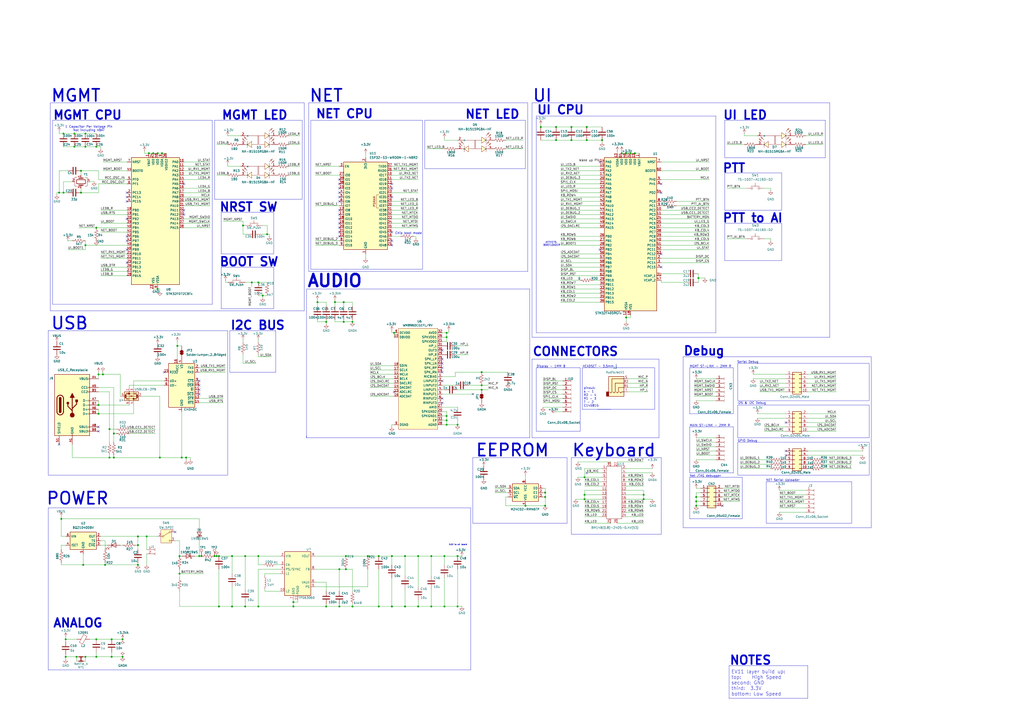
<source format=kicad_sch>
(kicad_sch (version 20231120) (generator "eeschema") (generator_version "8.0")
  (paper "A2")
  (title_block (title "EV11 FINN BERG & BRETT REGNIER") (date "2024/07/19") (company "CISCO SYSTEMS"))
  (junction (at 219.71 322.58))
  (junction (at 189.23 351.79))
  (junction (at 49.53 85.09))
  (junction (at 66.04 251.46))
  (junction (at 196.85 330.2))
  (junction (at 127 322.58))
  (junction (at 339.09 276.86))
  (junction (at 36.83 111.76))
  (junction (at 152.4 171.45))
  (junction (at 88.9 88.9))
  (junction (at 71.12 370.84))
  (junction (at 313.69 73.66))
  (junction (at 149.86 163.83))
  (junction (at 57.15 217.17))
  (junction (at 124.46 322.58))
  (junction (at 127 351.79))
  (junction (at 403.86 290.83))
  (junction (at 91.44 167.64))
  (junction (at 43.18 77.47))
  (junction (at 227.33 322.58))
  (junction (at 55.88 381))
  (junction (at 49.53 142.24))
  (junction (at 257.81 322.58))
  (junction (at 339.09 287.02))
  (junction (at 91.44 88.9))
  (junction (at 363.22 88.9))
  (junction (at 57.15 234.95))
  (junction (at 242.57 322.58))
  (junction (at 265.43 351.79))
  (junction (at 115.57 322.58))
  (junction (at 125.73 322.58))
  (junction (at 46.99 111.76))
  (junction (at 331.47 81.28))
  (junction (at 92.71 265.43))
  (junction (at 55.88 132.08))
  (junction (at 154.94 135.89))
  (junction (at 259.08 193.04))
  (junction (at 340.36 73.66))
  (junction (at 403.86 288.29))
  (junction (at 363.22 184.15))
  (junction (at 46.99 99.06))
  (junction (at 116.84 322.58))
  (junction (at 59.69 217.17))
  (junction (at 234.95 351.79))
  (junction (at 85.09 311.15))
  (junction (at 405.13 161.29))
  (junction (at 134.62 322.58))
  (junction (at 170.18 349.25))
  (junction (at 322.58 73.66))
  (junction (at 80.01 327.66))
  (junction (at 170.18 351.79))
  (junction (at 199.39 186.69))
  (junction (at 49.53 381))
  (junction (at 38.1 381))
  (junction (at 49.53 77.47))
  (junction (at 104.14 322.58))
  (junction (at 373.38 287.02))
  (junction (at 219.71 351.79))
  (junction (at 199.39 175.26))
  (junction (at 66.04 265.43))
  (junction (at 86.36 88.9))
  (junction (at 149.86 322.58))
  (junction (at 250.19 351.79))
  (junction (at 48.26 327.66))
  (junction (at 259.08 241.3))
  (junction (at 184.15 175.26))
  (junction (at 55.88 370.84))
  (junction (at 44.45 381))
  (junction (at 227.33 351.79))
  (junction (at 93.98 88.9))
  (junction (at 316.23 285.75))
  (junction (at 80.01 311.15))
  (junction (at 322.58 81.28))
  (junction (at 142.24 351.79))
  (junction (at 43.18 85.09))
  (junction (at 71.12 381))
  (junction (at 279.4 226.06))
  (junction (at 57.15 240.03))
  (junction (at 339.09 289.56))
  (junction (at 149.86 351.79))
  (junction (at 331.47 73.66))
  (junction (at 259.08 195.58))
  (junction (at 38.1 370.84))
  (junction (at 63.5 248.92))
  (junction (at 134.62 351.79))
  (junction (at 373.38 289.56))
  (junction (at 80.01 316.23))
  (junction (at 316.23 288.29))
  (junction (at 365.76 88.9))
  (junction (at 35.56 300.99))
  (junction (at 140.97 130.81))
  (junction (at 196.85 351.79))
  (junction (at 102.87 200.66))
  (junction (at 265.43 246.38))
  (junction (at 142.24 322.58))
  (junction (at 304.8 293.37))
  (junction (at 104.14 332.74))
  (junction (at 316.23 293.37))
  (junction (at 204.47 351.79))
  (junction (at 265.43 322.58))
  (junction (at 228.6 193.04))
  (junction (at 55.88 85.09))
  (junction (at 200.66 322.58))
  (junction (at 403.86 293.37))
  (junction (at 279.4 223.52))
  (junction (at 360.68 88.9))
  (junction (at 200.66 330.2))
  (junction (at 259.08 246.38))
  (junction (at 368.3 88.9))
  (junction (at 204.47 186.69))
  (junction (at 259.08 243.84))
  (junction (at 213.36 322.58))
  (junction (at 189.23 186.69))
  (junction (at 340.36 81.28))
  (junction (at 257.81 351.79))
  (junction (at 63.5 265.43))
  (junction (at 107.95 265.43))
  (junction (at 36.83 77.47))
  (junction (at 64.77 381))
  (junction (at 60.96 327.66))
  (junction (at 64.77 370.84))
  (junction (at 279.4 215.9))
  (junction (at 242.57 351.79))
  (junction (at 146.05 163.83))
  (junction (at 250.19 322.58))
  (junction (at 105.41 265.43))
  (junction (at 234.95 322.58))
  (junction (at 34.29 111.76))
  (junction (at 194.31 175.26))
  (junction (at 349.25 81.28))
  (no_connect (at 196.85 127))
  (no_connect (at 115.57 220.98))
  (no_connect (at 419.1 293.37))
  (no_connect (at 256.54 210.82))
  (no_connect (at 455.93 264.16))
  (no_connect (at 196.85 116.84))
  (no_connect (at 383.54 154.94))
  (no_connect (at 196.85 121.92))
  (no_connect (at 227.33 139.7))
  (no_connect (at 347.98 93.98))
  (no_connect (at 196.85 114.3))
  (no_connect (at 73.66 116.84))
  (no_connect (at 196.85 104.14))
  (no_connect (at 196.85 137.16))
  (no_connect (at 228.6 227.33))
  (no_connect (at 115.57 228.6))
  (no_connect (at 106.68 106.68))
  (no_connect (at 196.85 134.62))
  (no_connect (at 196.85 129.54))
  (no_connect (at 196.85 124.46))
  (no_connect (at 383.54 111.76))
  (no_connect (at 227.33 109.22))
  (no_connect (at 34.29 257.81))
  (no_connect (at 227.33 106.68))
  (no_connect (at 256.54 203.2))
  (no_connect (at 73.66 144.78))
  (no_connect (at 274.32 228.6))
  (no_connect (at 256.54 215.9))
  (no_connect (at 57.15 247.65))
  (no_connect (at 196.85 109.22))
  (no_connect (at 227.33 114.3))
  (no_connect (at 106.68 124.46))
  (no_connect (at 106.68 121.92))
  (no_connect (at 73.66 114.3))
  (no_connect (at 340.36 274.32))
  (no_connect (at 383.54 147.32))
  (no_connect (at 196.85 106.68))
  (no_connect (at 256.54 208.28))
  (no_connect (at 73.66 137.16))
  (no_connect (at 101.6 308.61))
  (no_connect (at 115.57 223.52))
  (no_connect (at 256.54 213.36))
  (no_connect (at 73.66 139.7))
  (no_connect (at 455.93 245.11))
  (no_connect (at 455.93 261.62))
  (no_connect (at 73.66 127))
  (no_connect (at 196.85 132.08))
  (no_connect (at 227.33 142.24))
  (no_connect (at 383.54 106.68))
  (no_connect (at 73.66 152.4))
  (no_connect (at 57.15 250.19))
  (no_connect (at 73.66 111.76))
  (no_connect (at 95.25 215.9))
  (no_connect (at 196.85 111.76))
  (no_connect (at 347.98 144.78))
  (no_connect (at 115.57 226.06))
  (no_connect (at 256.54 233.68))
  (no_connect (at 256.54 220.98))
  (no_connect (at 227.33 134.62))
  (no_connect (at 256.54 231.14))
  (wire (pts (xy 339.09 294.64) (xy 349.25 294.64)))
  (wire (pts (xy 335.28 267.97) (xy 354.33 267.97)))
  (wire (pts (xy 228.6 193.04) (xy 228.6 195.58)))
  (wire (pts (xy 214.63 214.63) (xy 228.6 214.63)))
  (polyline (pts (xy 246.38 69.85) (xy 304.8 69.85)))
  (wire (pts (xy 104.14 322.58) (xy 105.41 322.58)))
  (wire (pts (xy 182.88 340.36) (xy 213.36 340.36)))
  (wire (pts (xy 447.04 269.24) (xy 429.26 269.24)))
  (polyline (pts (xy 400.05 247.65) (xy 425.45 247.65)))
  (wire (pts (xy 74.93 224.79) (xy 74.93 223.52)))
  (wire (pts (xy 173.99 96.52) (xy 167.64 96.52)))
  (polyline (pts (xy 420.37 151.13) (xy 420.37 129.54)))
  (wire (pts (xy 455.93 227.33) (xy 440.69 227.33)))
  (wire (pts (xy 363.22 184.15) (xy 365.76 184.15)))
  (wire (pts (xy 39.37 144.78) (xy 49.53 144.78)))
  (wire (pts (xy 316.23 285.75) (xy 316.23 288.29)))
  (wire (pts (xy 57.15 240.03) (xy 77.47 240.03)))
  (polyline (pts (xy 400.05 274.32) (xy 400.05 247.65)))
  (polyline (pts (xy 308.61 195.58) (xy 308.61 59.69)))
  (wire (pts (xy 162.56 330.2) (xy 149.86 330.2)))
  (wire (pts (xy 121.92 96.52) (xy 106.68 96.52)))
  (polyline (pts (xy 400.05 300.99) (xy 400.05 276.86)))
  (wire (pts (xy 93.98 88.9) (xy 96.52 88.9)))
  (polyline (pts (xy 27.94 294.64) (xy 31.75 294.64)))
  (wire (pts (xy 468.63 261.62) (xy 500.38 261.62)))
  (wire (pts (xy 132.08 78.74) (xy 139.7 78.74)))
  (wire (pts (xy 250.19 351.79) (xy 257.81 351.79)))
  (wire (pts (xy 447.04 109.22) (xy 447.04 110.49)))
  (wire (pts (xy 41.91 265.43) (xy 63.5 265.43)))
  (wire (pts (xy 121.92 93.98) (xy 106.68 93.98)))
  (wire (pts (xy 331.47 81.28) (xy 340.36 81.28)))
  (wire (pts (xy 58.42 149.86) (xy 73.66 149.86)))
  (polyline (pts (xy 306.07 157.48) (xy 179.07 157.48)))
  (wire (pts (xy 142.24 351.79) (xy 149.86 351.79)))
  (wire (pts (xy 132.08 163.83) (xy 130.81 163.83)))
  (wire (pts (xy 57.15 215.9) (xy 57.15 217.17)))
  (wire (pts (xy 149.86 207.01) (xy 149.86 205.74)))
  (polyline (pts (xy 400.05 213.36) (xy 425.45 213.36)))
  (polyline (pts (xy 336.55 250.19) (xy 311.15 250.19)))
  (wire (pts (xy 189.23 350.52) (xy 189.23 351.79)))
  (wire (pts (xy 347.98 167.64) (xy 325.12 167.64)))
  (wire (pts (xy 402.59 224.79) (xy 415.29 224.79)))
  (wire (pts (xy 256.54 243.84) (xy 259.08 243.84)))
  (wire (pts (xy 339.09 299.72) (xy 349.25 299.72)))
  (wire (pts (xy 383.54 93.98) (xy 411.48 93.98)))
  (wire (pts (xy 115.57 300.99) (xy 115.57 306.07)))
  (wire (pts (xy 104.14 332.74) (xy 104.14 335.28)))
  (wire (pts (xy 140.97 198.12) (xy 140.97 196.85)))
  (wire (pts (xy 66.04 224.79) (xy 66.04 251.46)))
  (wire (pts (xy 360.68 87.63) (xy 360.68 88.9)))
  (wire (pts (xy 64.77 381) (xy 55.88 381)))
  (wire (pts (xy 132.08 95.25) (xy 132.08 96.52)))
  (wire (pts (xy 149.86 330.2) (xy 149.86 351.79)))
  (wire (pts (xy 73.66 93.98) (xy 59.69 93.98)))
  (wire (pts (xy 383.54 137.16) (xy 411.48 137.16)))
  (wire (pts (xy 46.99 109.22) (xy 46.99 111.76)))
  (wire (pts (xy 363.22 182.88) (xy 363.22 184.15)))
  (wire (pts (xy 92.71 229.87) (xy 82.55 229.87)))
  (wire (pts (xy 257.81 351.79) (xy 265.43 351.79)))
  (wire (pts (xy 365.76 88.9) (xy 368.3 88.9)))
  (wire (pts (xy 454.66 269.24) (xy 455.93 269.24)))
  (wire (pts (xy 403.86 290.83) (xy 406.4 290.83)))
  (polyline (pts (xy 273.05 388.62) (xy 27.94 388.62)))
  (wire (pts (xy 485.14 245.11) (xy 468.63 245.11)))
  (wire (pts (xy 256.54 236.22) (xy 265.43 236.22)))
  (wire (pts (xy 149.86 207.01) (xy 157.48 207.01)))
  (polyline (pts (xy 421.64 69.85) (xy 478.79 69.85)))
  (wire (pts (xy 140.97 210.82) (xy 148.59 210.82)))
  (wire (pts (xy 41.91 105.41) (xy 36.83 105.41)))
  (wire (pts (xy 189.23 185.42) (xy 189.23 186.69)))
  (wire (pts (xy 58.42 147.32) (xy 73.66 147.32)))
  (wire (pts (xy 52.07 105.41) (xy 54.61 105.41)))
  (wire (pts (xy 455.93 224.79) (xy 440.69 224.79)))
  (wire (pts (xy 227.33 129.54) (xy 242.57 129.54)))
  (wire (pts (xy 403.86 256.54) (xy 415.29 256.54)))
  (wire (pts (xy 78.74 316.23) (xy 80.01 316.23)))
  (wire (pts (xy 234.95 334.01) (xy 234.95 322.58)))
  (wire (pts (xy 339.09 284.48) (xy 339.09 287.02)))
  (wire (pts (xy 58.42 160.02) (xy 73.66 160.02)))
  (wire (pts (xy 322.58 73.66) (xy 331.47 73.66)))
  (wire (pts (xy 227.33 101.6) (xy 242.57 101.6)))
  (wire (pts (xy 452.12 297.18) (xy 467.36 297.18)))
  (wire (pts (xy 80.01 311.15) (xy 80.01 316.23)))
  (wire (pts (xy 204.47 186.69) (xy 199.39 186.69)))
  (wire (pts (xy 259.08 195.58) (xy 259.08 198.12)))
  (wire (pts (xy 383.54 132.08) (xy 411.48 132.08)))
  (wire (pts (xy 364.49 224.79) (xy 375.92 224.79)))
  (wire (pts (xy 121.92 99.06) (xy 106.68 99.06)))
  (wire (pts (xy 33.02 111.76) (xy 33.02 113.03)))
  (wire (pts (xy 57.15 104.14) (xy 57.15 99.06)))
  (wire (pts (xy 214.63 224.79) (xy 228.6 224.79)))
  (wire (pts (xy 494.03 266.7) (xy 477.52 266.7)))
  (polyline (pts (xy 415.29 193.04) (xy 415.29 67.31)))
  (wire (pts (xy 182.88 330.2) (xy 196.85 330.2)))
  (wire (pts (xy 452.12 294.64) (xy 467.36 294.64)))
  (wire (pts (xy 431.8 77.47) (xy 431.8 78.74)))
  (wire (pts (xy 39.37 139.7) (xy 41.91 139.7)))
  (wire (pts (xy 339.09 281.94) (xy 349.25 281.94)))
  (wire (pts (xy 55.88 370.84) (xy 52.07 370.84)))
  (wire (pts (xy 35.56 311.15) (xy 38.1 311.15)))
  (polyline (pts (xy 420.37 100.33) (xy 421.64 100.33)))
  (wire (pts (xy 170.18 347.98) (xy 170.18 349.25)))
  (wire (pts (xy 405.13 158.75) (xy 405.13 161.29)))
  (wire (pts (xy 325.12 114.3) (xy 347.98 114.3)))
  (wire (pts (xy 403.86 288.29) (xy 403.86 290.83)))
  (wire (pts (xy 334.01 289.56) (xy 339.09 289.56)))
  (wire (pts (xy 58.42 157.48) (xy 73.66 157.48)))
  (wire (pts (xy 204.47 350.52) (xy 204.47 351.79)))
  (wire (pts (xy 316.23 293.37) (xy 304.8 293.37)))
  (wire (pts (xy 149.86 351.79) (xy 170.18 351.79)))
  (wire (pts (xy 228.6 246.38) (xy 227.33 246.38)))
  (polyline (pts (xy 383.54 265.43) (xy 331.47 265.43)))
  (wire (pts (xy 182.88 101.6) (xy 196.85 101.6)))
  (wire (pts (xy 132.08 96.52) (xy 139.7 96.52)))
  (wire (pts (xy 227.33 327.66) (xy 227.33 322.58)))
  (wire (pts (xy 57.15 106.68) (xy 57.15 111.76)))
  (wire (pts (xy 39.37 99.06) (xy 34.29 99.06)))
  (wire (pts (xy 347.98 162.56) (xy 344.17 162.56)))
  (wire (pts (xy 259.08 195.58) (xy 256.54 195.58)))
  (wire (pts (xy 74.93 223.52) (xy 95.25 223.52)))
  (wire (pts (xy 200.66 322.58) (xy 213.36 322.58)))
  (wire (pts (xy 173.99 78.74) (xy 167.64 78.74)))
  (wire (pts (xy 49.53 77.47) (xy 55.88 77.47)))
  (wire (pts (xy 384.81 119.38) (xy 383.54 119.38)))
  (wire (pts (xy 242.57 116.84) (xy 227.33 116.84)))
  (wire (pts (xy 339.09 289.56) (xy 349.25 289.56)))
  (wire (pts (xy 468.63 266.7) (xy 469.9 266.7)))
  (wire (pts (xy 115.57 313.69) (xy 115.57 322.58)))
  (wire (pts (xy 143.51 135.89) (xy 140.97 135.89)))
  (wire (pts (xy 184.15 175.26) (xy 184.15 177.8)))
  (wire (pts (xy 316.23 285.75) (xy 314.96 285.75)))
  (wire (pts (xy 242.57 322.58) (xy 250.19 322.58)))
  (wire (pts (xy 35.56 318.77) (xy 35.56 316.23)))
  (wire (pts (xy 125.73 322.58) (xy 127 322.58)))
  (wire (pts (xy 443.23 138.43) (xy 447.04 138.43)))
  (polyline (pts (xy 453.39 151.13) (xy 420.37 151.13)))
  (wire (pts (xy 347.98 137.16) (xy 325.12 137.16)))
  (wire (pts (xy 468.63 271.78) (xy 469.9 271.78)))
  (wire (pts (xy 227.33 335.28) (xy 227.33 351.79)))
  (wire (pts (xy 267.97 322.58) (xy 265.43 322.58)))
  (wire (pts (xy 57.15 99.06) (xy 46.99 99.06)))
  (polyline (pts (xy 175.26 115.57) (xy 124.46 115.57)))
  (wire (pts (xy 149.86 196.85) (xy 149.86 198.12)))
  (wire (pts (xy 182.88 322.58) (xy 200.66 322.58)))
  (wire (pts (xy 227.33 137.16) (xy 232.41 137.16)))
  (wire (pts (xy 80.01 326.39) (xy 80.01 327.66)))
  (polyline (pts (xy 311.15 213.36) (xy 336.55 213.36)))
  (wire (pts (xy 325.12 124.46) (xy 347.98 124.46)))
  (wire (pts (xy 88.9 167.64) (xy 91.44 167.64)))
  (wire (pts (xy 340.36 274.32) (xy 349.25 274.32)))
  (wire (pts (xy 363.22 184.15) (xy 363.22 186.69)))
  (wire (pts (xy 63.5 227.33) (xy 63.5 248.92)))
  (polyline (pts (xy 124.46 69.85) (xy 175.26 69.85)))
  (wire (pts (xy 149.86 327.66) (xy 152.4 327.66)))
  (wire (pts (xy 304.8 275.59) (xy 304.8 278.13)))
  (polyline (pts (xy 160.02 215.9) (xy 160.02 191.77)))
  (wire (pts (xy 189.23 175.26) (xy 189.23 177.8)))
  (polyline (pts (xy 27.94 388.62) (xy 27.94 294.64)))
  (wire (pts (xy 234.95 322.58) (xy 242.57 322.58)))
  (wire (pts (xy 403.86 288.29) (xy 406.4 288.29)))
  (wire (pts (xy 406.4 285.75) (xy 403.86 285.75)))
  (wire (pts (xy 339.09 287.02) (xy 349.25 287.02)))
  (wire (pts (xy 383.54 127) (xy 411.48 127)))
  (wire (pts (xy 316.23 283.21) (xy 314.96 283.21)))
  (wire (pts (xy 325.12 96.52) (xy 347.98 96.52)))
  (wire (pts (xy 468.63 264.16) (xy 500.38 264.16)))
  (wire (pts (xy 383.54 152.4) (xy 411.48 152.4)))
  (wire (pts (xy 55.88 85.09) (xy 58.42 85.09)))
  (wire (pts (xy 194.31 175.26) (xy 199.39 175.26)))
  (wire (pts (xy 256.54 228.6) (xy 274.32 228.6)))
  (wire (pts (xy 431.8 83.82) (xy 421.64 83.82)))
  (wire (pts (xy 287.02 283.21) (xy 294.64 283.21)))
  (wire (pts (xy 347.98 160.02) (xy 325.12 160.02)))
  (wire (pts (xy 242.57 351.79) (xy 250.19 351.79)))
  (wire (pts (xy 214.63 219.71) (xy 228.6 219.71)))
  (wire (pts (xy 63.5 248.92) (xy 67.31 248.92)))
  (wire (pts (xy 313.69 73.66) (xy 322.58 73.66)))
  (wire (pts (xy 439.42 240.03) (xy 455.93 240.03)))
  (wire (pts (xy 403.86 232.41) (xy 415.29 232.41)))
  (wire (pts (xy 204.47 175.26) (xy 204.47 177.8)))
  (polyline (pts (xy 422.91 386.08) (xy 468.63 386.08)))
  (wire (pts (xy 184.15 186.69) (xy 189.23 186.69)))
  (wire (pts (xy 347.98 139.7) (xy 325.12 139.7)))
  (wire (pts (xy 182.88 142.24) (xy 196.85 142.24)))
  (wire (pts (xy 485.14 217.17) (xy 468.63 217.17)))
  (wire (pts (xy 48.26 327.66) (xy 60.96 327.66)))
  (wire (pts (xy 335.28 276.86) (xy 339.09 276.86)))
  (wire (pts (xy 71.12 370.84) (xy 64.77 370.84)))
  (wire (pts (xy 125.73 83.82) (xy 132.08 83.82)))
  (wire (pts (xy 170.18 349.25) (xy 170.18 351.79)))
  (wire (pts (xy 152.4 171.45) (xy 154.94 171.45)))
  (wire (pts (xy 429.26 283.21) (xy 419.1 283.21)))
  (wire (pts (xy 383.54 163.83) (xy 383.54 162.56)))
  (wire (pts (xy 142.24 322.58) (xy 149.86 322.58)))
  (polyline (pts (xy 340.36 213.36) (xy 379.73 213.36)))
  (wire (pts (xy 383.54 149.86) (xy 411.48 149.86)))
  (wire (pts (xy 234.95 341.63) (xy 234.95 351.79)))
  (wire (pts (xy 265.43 351.79) (xy 265.43 330.2)))
  (wire (pts (xy 227.33 132.08) (xy 242.57 132.08)))
  (wire (pts (xy 189.23 337.82) (xy 182.88 337.82)))
  (wire (pts (xy 293.37 86.36) (xy 303.53 86.36)))
  (wire (pts (xy 325.12 109.22) (xy 347.98 109.22)))
  (wire (pts (xy 316.23 288.29) (xy 314.96 288.29)))
  (wire (pts (xy 104.14 351.79) (xy 127 351.79)))
  (wire (pts (xy 121.92 109.22) (xy 106.68 109.22)))
  (wire (pts (xy 212.09 88.9) (xy 212.09 91.44)))
  (wire (pts (xy 264.16 215.9) (xy 264.16 218.44)))
  (wire (pts (xy 80.01 316.23) (xy 80.01 318.77)))
  (wire (pts (xy 194.31 186.69) (xy 194.31 185.42)))
  (wire (pts (xy 485.14 242.57) (xy 468.63 242.57)))
  (wire (pts (xy 378.46 289.56) (xy 373.38 289.56)))
  (wire (pts (xy 256.54 246.38) (xy 259.08 246.38)))
  (wire (pts (xy 115.57 322.58) (xy 116.84 322.58)))
  (wire (pts (xy 85.09 311.15) (xy 91.44 311.15)))
  (wire (pts (xy 313.69 81.28) (xy 322.58 81.28)))
  (wire (pts (xy 49.53 381) (xy 55.88 381)))
  (wire (pts (xy 189.23 187.96) (xy 189.23 186.69)))
  (wire (pts (xy 325.12 127) (xy 347.98 127)))
  (wire (pts (xy 152.4 130.81) (xy 154.94 130.81)))
  (polyline (pts (xy 400.05 240.03) (xy 400.05 213.36)))
  (wire (pts (xy 485.14 247.65) (xy 468.63 247.65)))
  (polyline (pts (xy 304.8 97.79) (xy 246.38 97.79)))
  (wire (pts (xy 485.14 219.71) (xy 468.63 219.71)))
  (wire (pts (xy 199.39 175.26) (xy 204.47 175.26)))
  (wire (pts (xy 383.54 99.06) (xy 411.48 99.06)))
  (wire (pts (xy 67.31 251.46) (xy 66.04 251.46)))
  (wire (pts (xy 383.54 158.75) (xy 383.54 160.02)))
  (wire (pts (xy 49.53 142.24) (xy 49.53 144.78)))
  (wire (pts (xy 364.49 222.25) (xy 375.92 222.25)))
  (polyline (pts (xy 304.8 69.85) (xy 304.8 97.79)))
  (wire (pts (xy 134.62 322.58) (xy 142.24 322.58)))
  (polyline (pts (xy 478.79 69.85) (xy 478.79 91.44)))
  (wire (pts (xy 184.15 173.99) (xy 184.15 175.26)))
  (wire (pts (xy 69.85 217.17) (xy 59.69 217.17)))
  (wire (pts (xy 58.42 124.46) (xy 73.66 124.46)))
  (wire (pts (xy 339.09 287.02) (xy 339.09 289.56)))
  (wire (pts (xy 347.98 170.18) (xy 325.12 170.18)))
  (wire (pts (xy 57.15 111.76) (xy 46.99 111.76)))
  (wire (pts (xy 49.53 139.7) (xy 49.53 142.24)))
  (wire (pts (xy 403.86 283.21) (xy 406.4 283.21)))
  (wire (pts (xy 347.98 165.1) (xy 325.12 165.1)))
  (polyline (pts (xy 453.39 129.54) (xy 453.39 151.13)))
  (wire (pts (xy 194.31 175.26) (xy 194.31 177.8)))
  (wire (pts (xy 339.09 303.53) (xy 354.33 303.53)))
  (wire (pts (xy 80.01 311.15) (xy 85.09 311.15)))
  (wire (pts (xy 212.09 149.86) (xy 212.09 147.32)))
  (wire (pts (xy 102.87 198.12) (xy 102.87 200.66)))
  (wire (pts (xy 104.14 313.69) (xy 104.14 322.58)))
  (wire (pts (xy 130.81 163.83) (xy 130.81 162.56)))
  (wire (pts (xy 336.55 162.56) (xy 325.12 162.56)))
  (wire (pts (xy 35.56 327.66) (xy 35.56 326.39)))
  (wire (pts (xy 90.17 251.46) (xy 74.93 251.46)))
  (wire (pts (xy 447.04 271.78) (xy 429.26 271.78)))
  (polyline (pts (xy 331.47 309.88) (xy 383.54 309.88)))
  (wire (pts (xy 316.23 283.21) (xy 316.23 285.75)))
  (wire (pts (xy 257.81 81.28) (xy 265.43 81.28)))
  (wire (pts (xy 363.22 294.64) (xy 373.38 294.64)))
  (wire (pts (xy 121.92 104.14) (xy 106.68 104.14)))
  (wire (pts (xy 455.93 222.25) (xy 440.69 222.25)))
  (wire (pts (xy 339.09 292.1) (xy 349.25 292.1)))
  (wire (pts (xy 44.45 370.84) (xy 38.1 370.84)))
  (wire (pts (xy 134.62 332.74) (xy 134.62 322.58)))
  (wire (pts (xy 373.38 287.02) (xy 373.38 284.48)))
  (wire (pts (xy 152.4 172.72) (xy 152.4 171.45)))
  (wire (pts (xy 360.68 88.9) (xy 363.22 88.9)))
  (wire (pts (xy 55.88 381) (xy 55.88 378.46)))
  (wire (pts (xy 57.15 224.79) (xy 66.04 224.79)))
  (wire (pts (xy 373.38 303.53) (xy 358.14 303.53)))
  (wire (pts (xy 260.35 193.04) (xy 260.35 191.77)))
  (wire (pts (xy 363.22 279.4) (xy 373.38 279.4)))
  (wire (pts (xy 325.12 129.54) (xy 347.98 129.54)))
  (wire (pts (xy 101.6 313.69) (xy 104.14 313.69)))
  (wire (pts (xy 142.24 341.63) (xy 142.24 322.58)))
  (wire (pts (xy 339.09 271.78) (xy 349.25 271.78)))
  (wire (pts (xy 48.26 321.31) (xy 48.26 327.66)))
  (wire (pts (xy 242.57 340.36) (xy 242.57 322.58)))
  (wire (pts (xy 447.04 266.7) (xy 429.26 266.7)))
  (wire (pts (xy 184.15 185.42) (xy 184.15 186.69)))
  (wire (pts (xy 35.56 327.66) (xy 48.26 327.66)))
  (wire (pts (xy 403.86 290.83) (xy 403.86 293.37)))
  (wire (pts (xy 242.57 121.92) (xy 227.33 121.92)))
  (wire (pts (xy 383.54 158.75) (xy 397.51 158.75)))
  (wire (pts (xy 347.98 175.26) (xy 325.12 175.26)))
  (wire (pts (xy 140.97 130.81) (xy 140.97 135.89)))
  (wire (pts (xy 256.54 238.76) (xy 259.08 238.76)))
  (wire (pts (xy 363.22 271.78) (xy 378.46 271.78)))
  (wire (pts (xy 85.09 311.15) (xy 85.09 318.77)))
  (wire (pts (xy 41.91 265.43) (xy 41.91 257.81)))
  (wire (pts (xy 39.37 111.76) (xy 36.83 111.76)))
  (wire (pts (xy 146.05 163.83) (xy 149.86 163.83)))
  (wire (pts (xy 154.94 135.89) (xy 156.21 135.89)))
  (wire (pts (xy 383.54 163.83) (xy 397.51 163.83)))
  (wire (pts (xy 264.16 215.9) (xy 279.4 215.9)))
  (wire (pts (xy 214.63 229.87) (xy 228.6 229.87)))
  (wire (pts (xy 142.24 163.83) (xy 146.05 163.83)))
  (polyline (pts (xy 328.93 265.43) (xy 328.93 303.53)))
  (wire (pts (xy 92.71 229.87) (xy 92.71 265.43)))
  (wire (pts (xy 347.98 142.24) (xy 325.12 142.24)))
  (wire (pts (xy 58.42 313.69) (xy 60.96 313.69)))
  (polyline (pts (xy 274.32 265.43) (xy 328.93 265.43)))
  (wire (pts (xy 257.81 335.28) (xy 257.81 351.79)))
  (wire (pts (xy 57.15 217.17) (xy 57.15 219.71)))
  (wire (pts (xy 363.22 284.48) (xy 373.38 284.48)))
  (wire (pts (xy 294.64 223.52) (xy 294.64 222.25)))
  (wire (pts (xy 58.42 134.62) (xy 73.66 134.62)))
  (wire (pts (xy 170.18 351.79) (xy 189.23 351.79)))
  (wire (pts (xy 227.33 99.06) (xy 242.57 99.06)))
  (wire (pts (xy 129.54 128.27) (xy 140.97 128.27)))
  (wire (pts (xy 411.48 116.84) (xy 392.43 116.84)))
  (wire (pts (xy 485.14 222.25) (xy 468.63 222.25)))
  (wire (pts (xy 63.5 264.16) (xy 63.5 265.43)))
  (wire (pts (xy 60.96 327.66) (xy 80.01 327.66)))
  (polyline (pts (xy 123.19 69.85) (xy 123.19 176.53)))
  (wire (pts (xy 322.58 81.28) (xy 331.47 81.28)))
  (polyline (pts (xy 430.53 276.86) (xy 430.53 300.99)))
  (wire (pts (xy 194.31 173.99) (xy 194.31 175.26)))
  (wire (pts (xy 219.71 351.79) (xy 227.33 351.79)))
  (wire (pts (xy 403.86 266.7) (xy 415.29 266.7)))
  (wire (pts (xy 38.1 382.27) (xy 38.1 381)))
  (wire (pts (xy 34.29 76.2) (xy 34.29 77.47)))
  (wire (pts (xy 49.53 142.24) (xy 73.66 142.24)))
  (wire (pts (xy 485.14 240.03) (xy 468.63 240.03)))
  (wire (pts (xy 325.12 116.84) (xy 347.98 116.84)))
  (wire (pts (xy 34.29 111.76) (xy 33.02 111.76)))
  (wire (pts (xy 102.87 200.66) (xy 102.87 208.28)))
  (wire (pts (xy 196.85 350.52) (xy 196.85 351.79)))
  (wire (pts (xy 91.44 167.64) (xy 92.71 167.64)))
  (wire (pts (xy 403.86 259.08) (xy 415.29 259.08)))
  (polyline (pts (xy 420.37 69.85) (xy 421.64 69.85)))
  (polyline (pts (xy 425.45 240.03) (xy 400.05 240.03)))
  (wire (pts (xy 383.54 124.46) (xy 411.48 124.46)))
  (polyline (pts (xy 124.46 69.85) (xy 124.46 115.57)))
  (wire (pts (xy 325.12 119.38) (xy 347.98 119.38)))
  (wire (pts (xy 363.22 287.02) (xy 373.38 287.02)))
  (polyline (pts (xy 425.45 247.65) (xy 425.45 274.32)))
  (wire (pts (xy 283.21 226.06) (xy 279.4 226.06)))
  (polyline (pts (xy 453.39 121.92) (xy 420.37 121.92)))
  (wire (pts (xy 214.63 217.17) (xy 228.6 217.17)))
  (wire (pts (xy 196.85 351.79) (xy 204.47 351.79)))
  (wire (pts (xy 314.96 231.14) (xy 326.39 231.14)))
  (wire (pts (xy 140.97 210.82) (xy 140.97 205.74)))
  (polyline (pts (xy 311.15 193.04) (xy 415.29 193.04)))
  (wire (pts (xy 77.47 220.98) (xy 95.25 220.98)))
  (wire (pts (xy 121.92 129.54) (xy 106.68 129.54)))
  (wire (pts (xy 257.81 322.58) (xy 265.43 322.58)))
  (wire (pts (xy 402.59 222.25) (xy 415.29 222.25)))
  (wire (pts (xy 189.23 175.26) (xy 184.15 175.26)))
  (polyline (pts (xy 311.15 213.36) (xy 311.15 250.19)))
  (wire (pts (xy 259.08 198.12) (xy 256.54 198.12)))
  (polyline (pts (xy 245.11 156.21) (xy 245.11 69.85)))
  (wire (pts (xy 204.47 185.42) (xy 204.47 186.69)))
  (wire (pts (xy 339.09 284.48) (xy 349.25 284.48)))
  (wire (pts (xy 439.42 242.57) (xy 455.93 242.57)))
  (wire (pts (xy 172.72 349.25) (xy 170.18 349.25)))
  (wire (pts (xy 154.94 130.81) (xy 154.94 135.89)))
  (wire (pts (xy 227.33 127) (xy 242.57 127)))
  (polyline (pts (xy 331.47 265.43) (xy 331.47 265.43)))
  (wire (pts (xy 279.4 215.9) (xy 294.64 215.9)))
  (wire (pts (xy 199.39 185.42) (xy 199.39 186.69)))
  (wire (pts (xy 347.98 147.32) (xy 325.12 147.32)))
  (polyline (pts (xy 481.33 195.58) (xy 308.61 195.58)))
  (wire (pts (xy 227.33 111.76) (xy 242.57 111.76)))
  (wire (pts (xy 265.43 351.79) (xy 267.97 351.79)))
  (wire (pts (xy 92.71 265.43) (xy 105.41 265.43)))
  (polyline (pts (xy 160.02 191.77) (xy 133.35 191.77)))
  (wire (pts (xy 57.15 227.33) (xy 63.5 227.33)))
  (wire (pts (xy 316.23 288.29) (xy 316.23 293.37)))
  (wire (pts (xy 124.46 322.58) (xy 125.73 322.58)))
  (wire (pts (xy 485.14 224.79) (xy 468.63 224.79)))
  (wire (pts (xy 467.36 78.74) (xy 477.52 78.74)))
  (wire (pts (xy 121.92 101.6) (xy 106.68 101.6)))
  (wire (pts (xy 58.42 129.54) (xy 73.66 129.54)))
  (wire (pts (xy 314.96 226.06) (xy 326.39 226.06)))
  (wire (pts (xy 115.57 231.14) (xy 129.54 231.14)))
  (wire (pts (xy 214.63 222.25) (xy 228.6 222.25)))
  (wire (pts (xy 403.86 264.16) (xy 415.29 264.16)))
  (wire (pts (xy 64.77 370.84) (xy 55.88 370.84)))
  (wire (pts (xy 260.35 193.04) (xy 259.08 193.04)))
  (wire (pts (xy 365.76 182.88) (xy 365.76 184.15)))
  (wire (pts (xy 265.43 226.06) (xy 279.4 226.06)))
  (wire (pts (xy 213.36 322.58) (xy 219.71 322.58)))
  (wire (pts (xy 86.36 88.9) (xy 83.82 88.9)))
  (polyline (pts (xy 133.35 215.9) (xy 160.02 215.9)))
  (wire (pts (xy 110.49 265.43) (xy 110.49 266.7)))
  (wire (pts (xy 383.54 144.78) (xy 411.48 144.78)))
  (wire (pts (xy 69.85 217.17) (xy 69.85 229.87)))
  (wire (pts (xy 339.09 279.4) (xy 349.25 279.4)))
  (wire (pts (xy 402.59 227.33) (xy 415.29 227.33)))
  (polyline (pts (xy 311.15 67.31) (xy 415.29 67.31)))
  (wire (pts (xy 363.22 274.32) (xy 378.46 274.32)))
  (wire (pts (xy 151.13 135.89) (xy 154.94 135.89)))
  (wire (pts (xy 403.86 285.75) (xy 403.86 288.29)))
  (wire (pts (xy 494.03 271.78) (xy 477.52 271.78)))
  (wire (pts (xy 134.62 351.79) (xy 142.24 351.79)))
  (wire (pts (xy 134.62 322.58) (xy 127 322.58)))
  (wire (pts (xy 256.54 193.04) (xy 259.08 193.04)))
  (polyline (pts (xy 273.05 294.64) (xy 273.05 388.62)))
  (wire (pts (xy 149.86 322.58) (xy 162.56 322.58)))
  (wire (pts (xy 64.77 381) (xy 71.12 381)))
  (wire (pts (xy 363.22 276.86) (xy 373.38 276.86)))
  (polyline (pts (xy 179.07 157.48) (xy 179.07 59.69)))
  (wire (pts (xy 242.57 347.98) (xy 242.57 351.79)))
  (wire (pts (xy 204.47 351.79) (xy 219.71 351.79)))
  (wire (pts (xy 102.87 200.66) (xy 105.41 200.66)))
  (wire (pts (xy 331.47 73.66) (xy 340.36 73.66)))
  (wire (pts (xy 57.15 106.68) (xy 73.66 106.68)))
  (wire (pts (xy 88.9 88.9) (xy 91.44 88.9)))
  (polyline (pts (xy 478.79 91.44) (xy 420.37 91.44)))
  (wire (pts (xy 363.22 292.1) (xy 373.38 292.1)))
  (wire (pts (xy 149.86 171.45) (xy 152.4 171.45)))
  (wire (pts (xy 240.03 137.16) (xy 241.3 137.16)))
  (wire (pts (xy 349.25 82.55) (xy 349.25 81.28)))
  (polyline (pts (xy 400.05 276.86) (xy 430.53 276.86)))
  (wire (pts (xy 36.83 77.47) (xy 43.18 77.47)))
  (wire (pts (xy 35.56 300.99) (xy 35.56 299.72)))
  (wire (pts (xy 219.71 322.58) (xy 227.33 322.58)))
  (wire (pts (xy 214.63 212.09) (xy 228.6 212.09)))
  (wire (pts (xy 421.64 138.43) (xy 433.07 138.43)))
  (wire (pts (xy 44.45 381) (xy 44.45 383.54)))
  (wire (pts (xy 66.04 264.16) (xy 66.04 265.43)))
  (wire (pts (xy 340.36 73.66) (xy 349.25 73.66)))
  (wire (pts (xy 368.3 88.9) (xy 370.84 88.9)))
  (wire (pts (xy 242.57 119.38) (xy 227.33 119.38)))
  (wire (pts (xy 494.03 269.24) (xy 477.52 269.24)))
  (wire (pts (xy 92.71 167.64) (xy 92.71 168.91)))
  (wire (pts (xy 149.86 322.58) (xy 149.86 327.66)))
  (wire (pts (xy 104.14 330.2) (xy 104.14 332.74)))
  (wire (pts (xy 105.41 265.43) (xy 107.95 265.43)))
  (wire (pts (xy 314.96 236.22) (xy 326.39 236.22)))
  (wire (pts (xy 347.98 172.72) (xy 325.12 172.72)))
  (polyline (pts (xy 177.8 254) (xy 177.8 252.73)))
  (wire (pts (xy 256.54 241.3) (xy 259.08 241.3)))
  (wire (pts (xy 73.66 99.06) (xy 59.69 99.06)))
  (wire (pts (xy 363.22 299.72) (xy 373.38 299.72)))
  (wire (pts (xy 34.29 77.47) (xy 36.83 77.47)))
  (polyline (pts (xy 331.47 265.43) (xy 331.47 309.88)))
  (wire (pts (xy 259.08 238.76) (xy 259.08 241.3)))
  (wire (pts (xy 115.57 215.9) (xy 130.81 215.9)))
  (polyline (pts (xy 430.53 300.99) (xy 400.05 300.99)))
  (wire (pts (xy 383.54 139.7) (xy 411.48 139.7)))
  (wire (pts (xy 182.88 96.52) (xy 196.85 96.52)))
  (wire (pts (xy 325.12 121.92) (xy 347.98 121.92)))
  (wire (pts (xy 454.66 271.78) (xy 455.93 271.78)))
  (wire (pts (xy 383.54 134.62) (xy 411.48 134.62)))
  (polyline (pts (xy 274.32 303.53) (xy 274.32 265.43)))
  (wire (pts (xy 402.59 229.87) (xy 415.29 229.87)))
  (wire (pts (xy 189.23 351.79) (xy 196.85 351.79)))
  (wire (pts (xy 455.93 219.71) (xy 436.88 219.71)))
  (wire (pts (xy 35.56 316.23) (xy 38.1 316.23)))
  (wire (pts (xy 443.23 109.22) (xy 447.04 109.22)))
  (wire (pts (xy 162.56 332.74) (xy 153.67 332.74)))
  (wire (pts (xy 36.83 111.76) (xy 34.29 111.76)))
  (wire (pts (xy 49.53 85.09) (xy 55.88 85.09)))
  (polyline (pts (xy 420.37 129.54) (xy 422.91 129.54)))
  (wire (pts (xy 364.49 227.33) (xy 375.92 227.33)))
  (polyline (pts (xy 481.33 59.69) (xy 481.33 195.58)))
  (wire (pts (xy 160.02 327.66) (xy 162.56 327.66)))
  (wire (pts (xy 199.39 175.26) (xy 199.39 177.8)))
  (wire (pts (xy 113.03 322.58) (xy 115.57 322.58)))
  (wire (pts (xy 227.33 193.04) (xy 227.33 191.77)))
  (wire (pts (xy 452.12 284.48) (xy 467.36 284.48)))
  (polyline (pts (xy 30.48 69.85) (xy 123.19 69.85)))
  (wire (pts (xy 429.26 288.29) (xy 419.1 288.29)))
  (wire (pts (xy 405.13 161.29) (xy 408.94 161.29)))
  (wire (pts (xy 347.98 154.94) (xy 325.12 154.94)))
  (wire (pts (xy 241.3 137.16) (xy 241.3 138.43)))
  (wire (pts (xy 293.37 288.29) (xy 294.64 288.29)))
  (wire (pts (xy 452.12 287.02) (xy 467.36 287.02)))
  (wire (pts (xy 173.99 101.6) (xy 167.64 101.6)))
  (wire (pts (xy 63.5 248.92) (xy 63.5 256.54)))
  (wire (pts (xy 58.42 121.92) (xy 73.66 121.92)))
  (wire (pts (xy 199.39 186.69) (xy 194.31 186.69)))
  (wire (pts (xy 373.38 267.97) (xy 358.14 267.97)))
  (wire (pts (xy 314.96 233.68) (xy 326.39 233.68)))
  (wire (pts (xy 384.81 116.84) (xy 383.54 116.84)))
  (wire (pts (xy 142.24 349.25) (xy 142.24 351.79)))
  (wire (pts (xy 66.04 251.46) (xy 66.04 256.54)))
  (polyline (pts (xy 383.54 309.88) (xy 383.54 265.43)))
  (polyline (pts (xy 421.64 100.33) (xy 453.39 100.33)))
  (polyline (pts (xy 453.39 100.33) (xy 453.39 121.92)))
  (wire (pts (xy 204.47 342.9) (xy 204.47 330.2)))
  (wire (pts (xy 443.23 247.65) (xy 455.93 247.65)))
  (wire (pts (xy 127 351.79) (xy 134.62 351.79)))
  (polyline (pts (xy 379.73 213.36) (xy 379.73 237.49)))
  (wire (pts (xy 257.81 80.01) (xy 257.81 81.28)))
  (wire (pts (xy 125.73 101.6) (xy 132.08 101.6)))
  (wire (pts (xy 107.95 265.43) (xy 110.49 265.43)))
  (wire (pts (xy 264.16 218.44) (xy 256.54 218.44)))
  (wire (pts (xy 405.13 161.29) (xy 405.13 163.83)))
  (wire (pts (xy 347.98 157.48) (xy 325.12 157.48)))
  (wire (pts (xy 86.36 88.9) (xy 88.9 88.9)))
  (wire (pts (xy 69.85 316.23) (xy 71.12 316.23)))
  (wire (pts (xy 403.86 254) (xy 415.29 254)))
  (wire (pts (xy 485.14 227.33) (xy 468.63 227.33)))
  (polyline (pts (xy 422.91 386.08) (xy 422.91 405.13)))
  (polyline (pts (xy 180.34 156.21) (xy 245.11 156.21)))
  (wire (pts (xy 49.53 381) (xy 49.53 383.54)))
  (wire (pts (xy 383.54 142.24) (xy 411.48 142.24)))
  (wire (pts (xy 115.57 233.68) (xy 129.54 233.68)))
  (wire (pts (xy 60.96 313.69) (xy 60.96 318.77)))
  (wire (pts (xy 403.86 261.62) (xy 415.29 261.62)))
  (wire (pts (xy 60.96 327.66) (xy 60.96 326.39)))
  (polyline (pts (xy 133.35 191.77) (xy 133.35 215.9)))
  (wire (pts (xy 121.92 116.84) (xy 106.68 116.84)))
  (polyline (pts (xy 337.82 213.36) (xy 340.36 213.36)))
  (polyline (pts (xy 246.38 97.79) (xy 246.38 69.85)))
  (polyline (pts (xy 420.37 91.44) (xy 420.37 69.85)))
  (wire (pts (xy 57.15 234.95) (xy 74.93 234.95)))
  (wire (pts (xy 219.71 330.2) (xy 219.71 351.79)))
  (wire (pts (xy 447.04 138.43) (xy 447.04 139.7)))
  (wire (pts (xy 43.18 77.47) (xy 49.53 77.47)))
  (wire (pts (xy 383.54 129.54) (xy 411.48 129.54)))
  (wire (pts (xy 429.26 290.83) (xy 419.1 290.83)))
  (wire (pts (xy 35.56 300.99) (xy 35.56 311.15)))
  (wire (pts (xy 83.82 87.63) (xy 83.82 88.9)))
  (wire (pts (xy 90.17 248.92) (xy 74.93 248.92)))
  (wire (pts (xy 485.14 250.19) (xy 468.63 250.19)))
  (wire (pts (xy 77.47 240.03) (xy 77.47 234.95)))
  (wire (pts (xy 383.54 104.14) (xy 411.48 104.14)))
  (polyline (pts (xy 346.71 237.49) (xy 354.33 237.49)))
  (wire (pts (xy 38.1 381) (xy 38.1 379.73)))
  (wire (pts (xy 58.42 316.23) (xy 62.23 316.23)))
  (wire (pts (xy 77.47 220.98) (xy 77.47 224.79)))
  (wire (pts (xy 256.54 223.52) (xy 264.16 223.52)))
  (wire (pts (xy 121.92 111.76) (xy 106.68 111.76)))
  (wire (pts (xy 421.64 109.22) (xy 433.07 109.22)))
  (wire (pts (xy 314.96 220.98) (xy 326.39 220.98)))
  (polyline (pts (xy 180.34 69.85) (xy 180.34 156.21)))
  (wire (pts (xy 45.72 132.08) (xy 55.88 132.08)))
  (wire (pts (xy 325.12 106.68) (xy 347.98 106.68)))
  (wire (pts (xy 38.1 381) (xy 44.45 381)))
  (polyline (pts (xy 379.73 237.49) (xy 346.71 237.49)))
  (wire (pts (xy 121.92 119.38) (xy 106.68 119.38)))
  (wire (pts (xy 429.26 285.75) (xy 419.1 285.75)))
  (wire (pts (xy 104.14 351.79) (xy 104.14 342.9)))
  (wire (pts (xy 121.92 114.3) (xy 106.68 114.3)))
  (wire (pts (xy 250.19 341.63) (xy 250.19 351.79)))
  (wire (pts (xy 38.1 372.11) (xy 38.1 370.84)))
  (wire (pts (xy 256.54 226.06) (xy 257.81 226.06)))
  (wire (pts (xy 325.12 111.76) (xy 347.98 111.76)))
  (wire (pts (xy 293.37 288.29) (xy 293.37 293.37)))
  (polyline (pts (xy 180.34 69.85) (xy 245.11 69.85)))
  (polyline (pts (xy 31.75 294.64) (xy 273.05 294.64)))
  (wire (pts (xy 358.14 87.63) (xy 358.14 88.9)))
  (wire (pts (xy 383.54 121.92) (xy 411.48 121.92)))
  (wire (pts (xy 314.96 223.52) (xy 326.39 223.52)))
  (wire (pts (xy 59.69 217.17) (xy 57.15 217.17)))
  (wire (pts (xy 363.22 88.9) (xy 365.76 88.9)))
  (polyline (pts (xy 175.26 69.85) (xy 175.26 115.57)))
  (wire (pts (xy 134.62 340.36) (xy 134.62 351.79)))
  (wire (pts (xy 454.66 266.7) (xy 455.93 266.7)))
  (wire (pts (xy 322.58 238.76) (xy 326.39 238.76)))
  (polyline (pts (xy 308.61 59.69) (xy 481.33 59.69)))
  (wire (pts (xy 91.44 88.9) (xy 93.98 88.9)))
  (wire (pts (xy 363.22 281.94) (xy 373.38 281.94)))
  (wire (pts (xy 46.99 99.06) (xy 46.99 101.6)))
  (wire (pts (xy 452.12 292.1) (xy 467.36 292.1)))
  (polyline (pts (xy 337.82 237.49) (xy 337.82 213.36)))
  (wire (pts (xy 115.57 213.36) (xy 130.81 213.36)))
  (wire (pts (xy 347.98 152.4) (xy 325.12 152.4)))
  (wire (pts (xy 250.19 334.01) (xy 250.19 322.58)))
  (wire (pts (xy 58.42 154.94) (xy 73.66 154.94)))
  (wire (pts (xy 259.08 243.84) (xy 259.08 246.38)))
  (wire (pts (xy 162.56 342.9) (xy 153.67 342.9)))
  (wire (pts (xy 234.95 351.79) (xy 242.57 351.79)))
  (wire (pts (xy 265.43 243.84) (xy 265.43 246.38)))
  (wire (pts (xy 227.33 104.14) (xy 242.57 104.14)))
  (wire (pts (xy 149.86 163.83) (xy 154.94 163.83)))
  (wire (pts (xy 172.72 347.98) (xy 172.72 349.25)))
  (polyline (pts (xy 179.07 59.69) (xy 306.07 59.69)))
  (wire (pts (xy 92.71 265.43) (xy 66.04 265.43)))
  (polyline (pts (xy 123.19 176.53) (xy 30.48 176.53)))
  (polyline (pts (xy 425.45 213.36) (xy 425.45 240.03)))
  (wire (pts (xy 452.12 289.56) (xy 467.36 289.56)))
  (wire (pts (xy 156.21 135.89) (xy 156.21 137.16)))
  (wire (pts (xy 364.49 219.71) (xy 375.92 219.71)))
  (wire (pts (xy 58.42 86.36) (xy 58.42 85.09)))
  (wire (pts (xy 57.15 104.14) (xy 73.66 104.14)))
  (wire (pts (xy 293.37 293.37) (xy 304.8 293.37)))
  (wire (pts (xy 140.97 128.27) (xy 140.97 130.81)))
  (wire (pts (xy 107.95 266.7) (xy 107.95 265.43)))
  (wire (pts (xy 293.37 81.28) (xy 303.53 81.28)))
  (wire (pts (xy 66.04 265.43) (xy 63.5 265.43)))
  (wire (pts (xy 227.33 124.46) (xy 242.57 124.46)))
  (polyline (pts (xy 420.37 121.92) (xy 420.37 100.33)))
  (wire (pts (xy 146.05 163.83) (xy 146.05 166.37)))
  (wire (pts (xy 58.42 311.15) (xy 80.01 311.15)))
  (wire (pts (xy 153.67 342.9) (xy 153.67 341.63)))
  (wire (pts (xy 259.08 193.04) (xy 259.08 195.58)))
  (wire (pts (xy 35.56 300.99) (xy 115.57 300.99)))
  (wire (pts (xy 271.78 223.52) (xy 279.4 223.52)))
  (wire (pts (xy 339.09 297.18) (xy 349.25 297.18)))
  (wire (pts (xy 468.63 269.24) (xy 469.9 269.24)))
  (wire (pts (xy 196.85 330.2) (xy 196.85 342.9)))
  (polyline (pts (xy 337.82 237.49) (xy 346.71 237.49)))
  (wire (pts (xy 373.38 289.56) (xy 373.38 287.02)))
  (wire (pts (xy 325.12 99.06) (xy 347.98 99.06)))
  (wire (pts (xy 349.25 81.28) (xy 340.36 81.28)))
  (wire (pts (xy 257.81 86.36) (xy 247.65 86.36)))
  (wire (pts (xy 85.09 321.31) (xy 85.09 327.66)))
  (wire (pts (xy 173.99 83.82) (xy 167.64 83.82)))
  (polyline (pts (xy 468.63 386.08) (xy 468.63 405.13)))
  (wire (pts (xy 363.22 289.56) (xy 373.38 289.56)))
  (wire (pts (xy 403.86 219.71) (xy 415.29 219.71)))
  (wire (pts (xy 347.98 149.86) (xy 325.12 149.86)))
  (wire (pts (xy 403.86 293.37) (xy 406.4 293.37)))
  (wire (pts (xy 325.12 104.14) (xy 347.98 104.14)))
  (polyline (pts (xy 422.91 129.54) (xy 453.39 129.54)))
  (wire (pts (xy 279.4 223.52) (xy 283.21 223.52)))
  (wire (pts (xy 227.33 351.79) (xy 234.95 351.79)))
  (wire (pts (xy 314.96 228.6) (xy 326.39 228.6)))
  (wire (pts (xy 182.88 119.38) (xy 196.85 119.38)))
  (polyline (pts (xy 311.15 67.31) (xy 311.15 193.04)))
  (polyline (pts (xy 468.63 405.13) (xy 422.91 405.13)))
  (wire (pts (xy 259.08 241.3) (xy 259.08 243.84)))
  (wire (pts (xy 38.1 369.57) (xy 38.1 370.84)))
  (polyline (pts (xy 336.55 213.36) (xy 336.55 250.19)))
  (polyline (pts (xy 425.45 274.32) (xy 400.05 274.32)))
  (wire (pts (xy 325.12 101.6) (xy 347.98 101.6)))
  (wire (pts (xy 127 330.2) (xy 127 351.79)))
  (wire (pts (xy 227.33 322.58) (xy 234.95 322.58)))
  (wire (pts (xy 57.15 237.49) (xy 57.15 240.03)))
  (wire (pts (xy 287.02 285.75) (xy 294.64 285.75)))
  (wire (pts (xy 104.14 332.74) (xy 118.11 332.74)))
  (wire (pts (xy 196.85 330.2) (xy 200.66 330.2)))
  (wire (pts (xy 57.15 232.41) (xy 57.15 234.95)))
  (wire (pts (xy 443.23 250.19) (xy 455.93 250.19)))
  (wire (pts (xy 121.92 132.08) (xy 106.68 132.08)))
  (wire (pts (xy 64.77 381) (xy 64.77 378.46)))
  (polyline (pts (xy 328.93 303.53) (xy 274.32 303.53)))
  (wire (pts (xy 264.16 200.66) (xy 271.78 200.66)))
  (wire (pts (xy 36.83 85.09) (xy 43.18 85.09)))
  (wire (pts (xy 339.09 276.86) (xy 349.25 276.86)))
  (wire (pts (xy 227.33 96.52) (xy 242.57 96.52)))
  (wire (pts (xy 227.33 193.04) (xy 228.6 193.04)))
  (wire (pts (xy 467.36 83.82) (xy 477.52 83.82)))
  (wire (pts (xy 55.88 132.08) (xy 73.66 132.08)))
  (wire (pts (xy 363.22 297.18) (xy 373.38 297.18)))
  (wire (pts (xy 325.12 132.08) (xy 347.98 132.08)))
  (wire (pts (xy 257.81 327.66) (xy 257.81 322.58)))
  (wire (pts (xy 455.93 217.17) (xy 436.88 217.17)))
  (wire (pts (xy 140.97 130.81) (xy 142.24 130.81)))
  (wire (pts (xy 36.83 105.41) (xy 36.83 111.76)))
  (wire (pts (xy 105.41 238.76) (xy 105.41 265.43)))
  (wire (pts (xy 411.48 119.38) (xy 392.43 119.38)))
  (wire (pts (xy 182.88 139.7) (xy 196.85 139.7)))
  (wire (pts (xy 200.66 330.2) (xy 204.47 330.2)))
  (polyline (pts (xy 306.07 59.69) (xy 306.07 157.48)))
  (wire (pts (xy 264.16 205.74) (xy 271.78 205.74)))
  (wire (pts (xy 339.09 276.86) (xy 339.09 271.78)))
  (polyline (pts (xy 30.48 69.85) (xy 30.48 176.53)))
  (wire (pts (xy 121.92 127) (xy 106.68 127)))
  (wire (pts (xy 153.67 332.74) (xy 153.67 334.01)))
  (wire (pts (xy 43.18 85.09) (xy 49.53 85.09)))
  (wire (pts (xy 250.19 322.58) (xy 257.81 322.58)))
  (wire (pts (xy 227.33 246.38) (xy 227.33 247.65)))
  (wire (pts (xy 439.42 78.74) (xy 431.8 78.74)))
  (wire (pts (xy 213.36 330.2) (xy 213.36 340.36)))
  (wire (pts (xy 313.69 72.39) (xy 313.69 73.66)))
  (wire (pts (xy 189.23 342.9) (xy 189.23 337.82)))
  (wire (pts (xy 34.29 99.06) (xy 34.29 111.76)))
  (wire (pts (xy 259.08 246.38) (xy 265.43 246.38)))
  (wire (pts (xy 59.69 215.9) (xy 59.69 217.17)))
  (rectangle (start 308.61 208.28) (end 382.27 254))
  (rectangle (start 29.21 59.69) (end 176.53 180.34))
  (rectangle (start 396.24 207.01) (end 505.46 306.07))
  (rectangle (start 177.8 167.64) (end 307.34 254))
  (rectangle (start 128.27 123.19) (end 158.75 147.32))
  (rectangle (start 427.99 256.54) (end 504.19 275.59))
  (rectangle (start 427.99 210.82) (end 504.19 232.41))
  (rectangle (start 427.99 234.95) (end 504.19 254))
  (rectangle (start 444.5 279.4) (end 494.03 303.53))
  (rectangle (start 27.94 191.77) (end 132.08 275.59))
  (rectangle (start 128.27 154.94) (end 158.75 179.07))
  (text "MGMT " (at 29.21 59.69 0) (effects (font (size 7 7) (thickness 1) (bold yes)) (justify left bottom)))
  (text "UI\n" (at 308.61 59.69 0) (effects (font (size 7 7) (thickness 1) (bold yes)) (justify left bottom)))
  (text "NET CPU" (at 182.88 69.088 0) (effects (font (size 5 5) (thickness 1) (bold yes)) (justify left bottom)))
  (text "pinout:\ns - 1\nR2 - 4\nR1 - 3\nT - 2\nC145815" (at 338.582 236.22 0) (effects (font (size 1.27 1.27)) (justify left bottom)))
  (text "Serial Debug" (at 433.832 210.058 0) (effects (font (size 1.27 1.27))))
  (text "MGMT CPU" (at 30.48 69.85 0) (effects (font (size 5 5) (thickness 1) (bold yes)) (justify left bottom)))
  (text "PTT to AI" (at 418.846 129.54 0) (effects (font (size 5 5) (thickness 1) (bold yes)) (justify left bottom)))
  (text "NET" (at 179.07 59.69 0) (effects (font (size 7 7) (thickness 1) (bold yes)) (justify left bottom)))
  (text "POWER\n" (at 63.5 293.37 0) (effects (font (size 7 7) (thickness 1) (bold yes)) (justify right bottom)))
  (text "AFFECTS \nBOOTLOADER" (at 320.04 141.478 0) (effects (font (size 1.016 1.016))))
  (text "CONNECTORS" (at 308.61 207.01 0) (effects (font (size 5 5) (thickness 1) (bold yes)) (justify left bottom)))
  (text "NET LED" (at 269.494 69.342 0) (effects (font (size 5 5) (thickness 1) (bold yes)) (justify left bottom)))
  (text "UI CPU" (at 311.15 66.802 0) (effects (font (size 5 5) (thickness 1) (bold yes)) (justify left bottom)))
  (text "MAIN ST-LINK - 2MM R\n" (at 400.05 247.65 0) (effects (font (size 1.27 1.27)) (justify left bottom)))
  (text "HEADSET - 3.5mm T\n" (at 337.82 213.36 0) (effects (font (size 1.27 1.27)) (justify left bottom)))
  (text "Chip boot mode" (at 236.982 135.382 0) (effects (font (size 1.27 1.27))))
  (text "Net JTAG debugger" (at 400.05 276.86 0) (effects (font (size 1.27 1.27)) (justify left bottom)))
  (text "NET Serial Uploader" (at 454.152 278.638 0) (effects (font (size 1.27 1.27))))
  (text "NRST SW\n" (at 127 123.19 0) (effects (font (size 5 5) (thickness 1) (bold yes)) (justify left bottom)))
  (text "EV11 layer build up:\ntop:    High Speed\nsecond: GND\nthird:  3.3V\nbottom: Low Speed" (at 424.18 403.86 0) (effects (font (size 2 2)) (justify left bottom)))
  (text "Debug" (at 408.432 203.708 0) (effects (font (size 5.08 5.08) (thickness 1.016) (bold yes))))
  (text "AUDIO\n" (at 177.8 167.132 0) (effects (font (size 7 7) (bold yes)) (justify left bottom)))
  (text "PTT" (at 418.846 100.584 0) (effects (font (size 5 5) (thickness 1) (bold yes)) (justify left bottom)))
  (text "BOOT SW\n" (at 127 154.94 0) (effects (font (size 5 5) (thickness 1) (bold yes)) (justify left bottom)))
  (text "EEPROM" (at 275.59 265.43 0) (effects (font (size 7 7) (thickness 1) (bold yes)) (justify left bottom)))
  (text "I2C BUS" (at 133.35 191.77 0) (effects (font (size 5 5) (bold yes)) (justify left bottom)))
  (text "MGMT ST-LINK - 2MM R\n" (at 400.05 213.36 0) (effects (font (size 1.27 1.27)) (justify left bottom)))
  (text "USB" (at 29.21 191.77 0) (effects (font (size 7 7) (thickness 1) (bold yes)) (justify left bottom)))
  (text "MGMT LED\n" (at 128.27 69.85 0) (effects (font (size 5 5) (thickness 1) (bold yes)) (justify left bottom)))
  (text "3.3V to all board" (at 260.35 316.484 0) (effects (font (size 0.8 0.8)) (justify left bottom)))
  (text "NOTES" (at 422.91 386.08 0) (effects (font (size 5 5) (thickness 1) (bold yes)) (justify left bottom)))
  (text "Keyboard" (at 331.47 265.43 0) (effects (font (size 7 7) (thickness 1) (bold yes)) (justify left bottom)))
  (text "Display - 1MM B" (at 311.15 213.36 0) (effects (font (size 1.27 1.27)) (justify left bottom)))
  (text "I2S & I2C Debug" (at 436.118 233.934 0) (effects (font (size 1.27 1.27))))
  (text "GPIO Debug" (at 433.578 255.778 0) (effects (font (size 1.27 1.27))))
  (text "1 Capacitor Per Voltage Pin\nNot including VBAT" (at 51.562 74.676 0) (effects (font (size 1.27 1.27))))
  (text "UI LED\n" (at 419.1 69.85 0) (effects (font (size 5 5) (thickness 1) (bold yes)) (justify left bottom)))
  (text "ANALOG" (at 30.48 364.49 0) (effects (font (size 5 5) (thickness 1) (bold yes)) (justify left bottom)))
  (label "I2S_ADCDAT" (at 485.14 250.19 180))
  (label "KB_ROW3" (at 373.38 292.1 180))
  (label "KB_LED" (at 339.09 303.53 0))
  (label "NET_MTMS" (at 242.57 132.08 180))
  (label "UI_DEBUG_3" (at 429.26 271.78 0))
  (label "NET_TX1_MGMT" (at 242.57 96.52 180))
  (label "KB_COL5" (at 339.09 294.64 0))
  (label "PTT_BTN" (at 411.48 116.84 180))
  (label "I2S_ADCDAT" (at 325.12 147.32 0))
  (label "NET_BOOT" (at 58.42 134.62 0))
  (label "UI_RX2_NET" (at 440.69 224.79 0))
  (label "PTT_BTN" (at 421.64 109.22 0))
  (label "HP_R" (at 271.78 205.74 180))
  (label "KB_COL2" (at 339.09 281.94 0))
  (label "I2S_DACDAT" (at 214.63 224.79 0))
  (label "LEDA_R" (at 173.99 78.74 180))
  (label "UI_DEBUG_2" (at 429.26 269.24 0))
  (label "UI_BOOT" (at 411.48 99.06 180))
  (label "UI_LED_R" (at 325.12 109.22 0))
  (label "UI_DEBUG_1" (at 429.26 266.7 0))
  (label "UI_TX1_MGMT" (at 325.12 116.84 0))
  (label "USB_CC1_DETECT" (at 90.17 248.92 180))
  (label "MGMT_NRST" (at 59.69 93.98 0))
  (label "KB_ROW6" (at 373.38 297.18 180))
  (label "UI_NRST" (at 411.48 93.98 180))
  (label "NET_NRST" (at 45.72 132.08 0))
  (label "BATTERY_MON" (at 411.48 127 180))
  (label "KB_ROW1" (at 325.12 167.64 0))
  (label "MCLK" (at 411.48 104.14 180))
  (label "UI_SDA" (at 485.14 242.57 180))
  (label "KB_ROW2" (at 373.38 279.4 180))
  (label "KB_LED" (at 325.12 162.56 0))
  (label "UI_RX1_MGMT" (at 485.14 219.71 180))
  (label "UI_SCL" (at 325.12 152.4 0))
  (label "UI_BOOT1" (at 325.12 142.24 0))
  (label "KB_COL4" (at 411.48 134.62 180))
  (label "UI_TX2_NET" (at 440.69 222.25 0))
  (label "MCLK" (at 485.14 240.03 180))
  (label "DISP_CS" (at 411.48 152.4 180))
  (label "I2S_BCLK" (at 443.23 247.65 0))
  (label "MGMT_SWCLK" (at 121.92 129.54 180))
  (label "NET_BOOT" (at 182.88 101.6 0))
  (label "NET_MTDI" (at 429.26 283.21 180))
  (label "NET_NRST" (at 182.88 96.52 0))
  (label "UI_TX1_MGMT" (at 121.92 101.6 180))
  (label "DISP_BL" (at 325.12 157.48 0))
  (label "MGMT_BOOT" (at 146.05 166.37 270))
  (label "DISP_DC" (at 314.96 226.06 0))
  (label "UI_SCL" (at 287.02 285.75 0))
  (label "NET_DEBUG_1" (at 182.88 119.38 0))
  (label "MIC_N" (at 375.92 222.25 180))
  (label "UI_SCL" (at 485.14 245.11 180))
  (label "NET_MTDO" (at 429.26 285.75 180))
  (label "DISP_RST" (at 314.96 223.52 0))
  (label "SPI1_MOSI" (at 325.12 111.76 0))
  (label "UI_TX1_MGMT" (at 485.14 222.25 180))
  (label "NET_MTDO" (at 242.57 127 180))
  (label "MGMT_BOOT" (at 59.69 99.06 0))
  (label "USB_RTS" (at 58.42 124.46 0))
  (label "NET_RX1_MGMT" (at 58.42 147.32 0))
  (label "LEDA_B" (at 125.73 83.82 0))
  (label "NET_LED_G" (at 242.57 119.38 180))
  (label "LEDB_R" (at 58.42 121.92 0))
  (label "NET_MTDI" (at 242.57 129.54 180))
  (label "KB_COL1" (at 339.09 279.4 0))
  (label "MGMT_SWDIO" (at 121.92 127 180))
  (label "NET_NRST" (at 452.12 294.64 0))
  (label "KB_ROW2" (at 325.12 172.72 0))
  (label "NET_MTCK" (at 429.26 288.29 180))
  (label "NET_RX1_MGMT" (at 452.12 292.1 0))
  (label "KB_ROW3" (at 411.48 137.16 180))
  (label "NET_DEBUG_2" (at 494.03 269.24 180))
  (label "Wake up Pin" (at 347.98 93.98 180))
  (label "UI_BOOT" (at 403.86 264.16 0))
  (label "MIC_N" (at 283.21 226.06 0))
  (label "NET_TX1_MGMT" (at 58.42 149.86 0))
  (label "UI_SCL" (at 214.63 214.63 0))
  (label "UI_RX1_MGMT" (at 325.12 119.38 0))
  (label "USB_DTR" (at 58.42 154.94 0))
  (label "UI_LED_G" (at 477.52 83.82 180))
  (label "I2S_DACLRC" (at 325.12 132.08 0))
  (label "LEDB_G" (at 58.42 157.48 0))
  (label "I2S_ADCDAT" (at 214.63 229.87 0))
  (label "KB_ROW4" (at 373.38 294.64 180))
  (label "USB_DTR" (at 129.54 231.14 180))
  (label "UI_SDA" (at 157.48 207.01 180))
  (label "LEDA_G" (at 121.92 109.22 180))
  (label "USB_CC2_DETECT" (at 411.48 121.92 180))
  (label "NET_STAT" (at 242.57 111.76 180))
  (label "KB_ROW4" (at 325.12 114.3 0))
  (label "MGMT_SWDIO" (at 402.59 224.79 0))
  (label "NET_MTCK" (at 242.57 124.46 180))
  (label "NET_LED_G" (at 303.53 86.36 180))
  (label "UI_SWDIO" (at 403.86 259.08 0))
  (label "NET_MTMS" (at 429.26 290.83 180))
  (label "UI_SDA" (at 287.02 283.21 0))
  (label "UI_SCL" (at 148.59 210.82 180))
  (label "KB_LED" (at 373.38 299.72 180))
  (label "LEDB_B" (at 58.42 160.02 0))
  (label "UI_SDA" (at 214.63 212.09 0))
  (label "KB_COL4" (at 339.09 292.1 0))
  (label "NET_BOOT" (at 452.12 287.02 0))
  (label "RCC_OSC_IN" (at 72.39 104.14 180))
  (label "USB_RX1_MGMT" (at 121.92 116.84 180))
  (label "UI_DEBUG_3" (at 325.12 104.14 0))
  (label "MGMT_NRST" (at 402.59 227.33 0))
  (label "UI_LED_B" (at 421.64 83.82 0))
  (label "LEDA_B" (at 121.92 111.76 180))
  (label "KB_LED" (at 339.09 299.72 0))
  (label "UI_RX1_MGMT" (at 121.92 99.06 180))
  (label "I2S_DACDAT" (at 485.14 247.65 180))
  (label "NET_DEBUG_3" (at 494.03 266.7 180))
  (label "MGMT_NRST" (at 129.54 128.27 0))
  (label "NET_LED_B" (at 242.57 116.84 180))
  (label "I2S_DACDAT" (at 325.12 149.86 0))
  (label "UI_TX2_NET" (at 325.12 99.06 0))
  (label "UI_DEBUG_1" (at 325.12 121.92 0))
  (label "MIC_P" (at 283.21 223.52 0))
  (label "USB_RX1_MGMT" (at 485.14 217.17 180))
  (label "UI_RX2_NET" (at 242.57 101.6 180))
  (label "NET_STAT" (at 121.92 96.52 180))
  (label "KB_ROW5" (at 325.12 137.16 0))
  (label "PTT_AI_BTN" (at 421.64 138.43 0))
  (label "I2S_DACLRC" (at 214.63 222.25 0))
  (label "USB_RTS" (at 129.54 233.68 180))
  (label "UI_RX2_NET" (at 325.12 101.6 0))
  (label "LEDB_B" (at 125.73 101.6 0))
  (label "UI_LED_R" (at 477.52 78.74 180))
  (label "LEDB_G" (at 173.99 101.6 180))
  (label "HP_L" (at 375.92 227.33 180))
  (label "KB_ROW6" (at 325.12 139.7 0))
  (label "KB_COL3" (at 411.48 132.08 180))
  (label "NET_LED_R" (at 242.57 121.92 180))
  (label "USB_TX1_MGMT" (at 121.92 119.38 180))
  (label "NET_RX1_MGMT" (at 485.14 224.79 180))
  (label "KB_COL5" (at 411.48 139.7 180))
  (label "DISP_BL" (at 314.96 220.98 0))
  (label "HP_R" (at 375.92 224.79 180))
  (label "USB_CC1_DETECT" (at 411.48 124.46 180))
  (label "UI_BOOT" (at 58.42 129.54 0))
  (label "KB_ROW7" (at 373.38 267.97 180))
  (label "HP_L" (at 271.78 200.66 180))
  (label "USB_RX1_MGMT" (at 130.81 215.9 180))
  (label "MGMT_BOOT" (at 402.59 229.87 0))
  (label "NET_LED_B" (at 247.65 86.36 0))
  (label "LEDB_R" (at 173.99 96.52 180))
  (label "SPI1_CLK" (at 314.96 231.14 0))
  (label "UI_SWCLK" (at 325.12 129.54 0))
  (label "KB_COL3" (at 373.38 281.94 180))
  (label "SPI1_CLK" (at 325.12 106.68 0))
  (label "PTT_AI_BTN" (at 411.48 119.38 180))
  (label "NET_DEBUG_3" (at 182.88 142.24 0))
  (label "MCLK" (at 214.63 217.17 0))
  (label "UI_LED_G" (at 411.48 129.54 180))
  (label "MGMT_SWCLK" (at 402.59 222.25 0))
  (label "UI_NRST" (at 121.92 132.08 180))
  (label "RCC_OSC_OUT" (at 72.39 106.68 180))
  (label "DISP_DC" (at 411.48 149.86 180))
  (label "DISP_RST" (at 325.12 160.02 0))
  (label "KB_COL2" (at 325.12 175.26 0))
  (label "UI_LED_B" (at 325.12 96.52 0))
  (label "DISP_CS" (at 314.96 228.6 0))
  (label "USB_TX1_MGMT" (at 440.69 227.33 0))
  (label "NET_DEBUG_1" (at 494.03 271.78 180))
  (label "UI_STAT" (at 121.92 93.98 180))
  (label "KB_ROW1" (at 373.38 276.86 180))
  (label "UI_TX2_NET" (at 242.57 104.14 180))
  (label "KB_ROW7" (at 325.12 165.1 0))
  (label "UI_SDA" (at 325.12 154.94 0))
  (label "MCLK" (at 121.92 114.3 180))
  (label "SPI1_MOSI" (at 314.96 233.68 0))
  (label "NET_RX1_MGMT" (at 242.57 99.06 180))
  (label "NET_TX1_MGMT" (at 452.12 289.56 0))
  (label "UI_SWDIO" (at 325.12 127 0))
  (label "UI_NRST" (at 403.86 261.62 0))
  (label "LEDA_G" (at 173.99 83.82 180))
  (label "UI_STAT" (at 411.48 144.78 180))
  (label "BATTERY_MON" (at 118.11 332.74 180))
  (label "I2S_BCLK" (at 411.48 142.24 180))
  (label "KB_COL1" (at 325.12 170.18 0))
  (label "KB_LED" (at 373.38 303.53 180))
  (label "USB_CC2_DETECT" (at 90.17 251.46 180))
  (label "UI_BOOT1" (at 39.37 144.78 0))
  (label "I2S_BCLK" (at 214.63 219.71 0))
  (label "NET_DEBUG_2" (at 182.88 139.7 0))
  (label "NET_TX1_MGMT" (at 485.14 227.33 180))
  (label "I2S_DACLRC" (at 443.23 250.19 0))
  (label "KB_ROW5" (at 339.09 297.18 0))
  (label "MIC_P" (at 375.92 219.71 180))
  (label "KB_MIC" (at 340.36 274.32 0))
  (label "NET_LED_R" (at 303.53 81.28 180))
  (label "USB_TX1_MGMT" (at 130.81 213.36 180))
  (label "UI_SWCLK" (at 403.86 256.54 0))
  (label "LEDA_R" (at 121.92 104.14 180))
  (label "UI_DEBUG_2" (at 325.12 124.46 0))
  (symbol (lib_id "Connector_Generic:Conn_02x05_Odd_Even") (at 461.01 245.11 0) (unit 1)
    (property "Reference" "CN5" (effects (hide yes)))
    (property "Value" "Conn_02x05_Male" (at 461.264 252.73 0))
    (property "Footprint" "Hactar_Footprints:IDC-SMD_10P-P1.27_X1270WVS-2X05B-6TV01" (effects (hide yes)))
    (property "Description" "Generic connector, double row, 02x05, odd/even pin numbering scheme (row 1 odd numbers, row 2 even numbers), script generated (kicad-library-utils/schlib/autogen/connector/)" (effects (hide yes)))
    (property "JLCPCB Part #" "C2962219" (effects (hide yes)))
    (property "JLCPCB#" "C2962219" (effects (hide yes)))
  )
  (symbol (lib_id "Device:R_US") (at 60.96 322.58 0) (unit 1)
    (property "Reference" "R22" (at 63.5 326.39 0))
    (property "Value" "10k" (at 62.992 322.58 90))
    (property "Footprint" "Resistor_SMD:R_0402_1005Metric" (effects (hide yes)))
    (property "Description" "Resistor, US symbol" (effects (hide yes)))
    (property "JLCPCB Part #" "C25744" (effects (hide yes)))
  )
  (symbol (lib_id "power:GND") (at 447.04 139.7 0) (unit 1)
    (property "Reference" "#PWR029" (effects (hide yes)))
    (property "Value" "GND" (at 447.04 144.78 0))
    (property "Description" "Power symbol creates a global label with name \"GND\" , ground" (effects (hide yes)))
  )
  (symbol (lib_id "Battery_Management:BQ21040DBV") (at 48.26 313.69 0) (unit 1)
    (property "Reference" "U2" (at 48.26 303.53 0))
    (property "Value" "BQ21040DBV" (at 48.26 306.07 0))
    (property "Footprint" "Package_TO_SOT_SMD:SOT-23-6" (effects (hide yes)))
    (property "Datasheet" "https://www.ti.com/lit/ds/symlink/bq21040.pdf" (effects (hide yes)))
    (property "Description" "Single cell, 0.8A Li-Ion/Li-Po linear charge management controller, up to 30V input, 4.2V charge voltage, Open-Drain Status Output, Temperature sense input, SOT-23-6" (effects (hide yes)))
  )
  (symbol (lib_id "Device:R_US") (at 200.66 326.39 180) (unit 1)
    (property "Reference" "R19" (at 203.2 322.834 0))
    (property "Value" "360k" (at 198.882 326.136 90))
    (property "Footprint" "Resistor_SMD:R_0402_1005Metric" (effects (hide yes)))
    (property "Description" "Resistor, US symbol" (effects (hide yes)))
    (property "JLCPCB Part #" " C45956" (effects (hide yes)))
  )
  (symbol (lib_id "Device:R_US") (at 473.71 266.7 270) (mirror x) (unit 1)
    (property "Reference" "R36" (at 478.028 265.43 90))
    (property "Value" "1k0" (at 469.9 265.684 90))
    (property "Footprint" "Resistor_SMD:R_0402_1005Metric" (effects (hide yes)))
    (property "Description" "Resistor, US symbol" (effects (hide yes)))
    (property "JLCPCB Part #" "C11702" (effects (hide yes)))
  )
  (symbol (lib_id "Device:C") (at 260.35 205.74 90) (unit 1)
    (property "Reference" "C29" (at 265.43 204.47 90) (effects (justify left)))
    (property "Value" "100u" (at 266.7 207.01 90) (effects (justify left)))
    (property "Footprint" "Capacitor_SMD:C_1206_3216Metric" (effects (hide yes)))
    (property "Description" "Unpolarized capacitor" (effects (hide yes)))
    (property "JLCPCB Part #" "C15008" (effects (hide yes)))
  )
  (symbol (lib_id "power:GND") (at 33.02 113.03 0) (mirror y) (unit 1)
    (property "Reference" "#PWR035" (effects (hide yes)))
    (property "Value" "GND" (at 33.02 116.84 0))
    (property "Description" "Power symbol creates a global label with name \"GND\" , ground" (effects (hide yes)))
  )
  (symbol (lib_id "Device:R_US") (at 45.72 139.7 90) (unit 1)
    (property "Reference" "R5" (at 45.72 137.414 90))
    (property "Value" "4k7" (at 45.72 141.478 90))
    (property "Footprint" "Resistor_SMD:R_0402_1005Metric" (effects (hide yes)))
    (property "Description" "Resistor, US symbol" (effects (hide yes)))
    (property "JLCPCB Part #" "C25900" (effects (hide yes)))
  )
  (symbol (lib_id "Device:C") (at 261.62 226.06 90) (unit 1)
    (property "Reference" "C5" (at 265.176 225.044 90) (effects (justify left)))
    (property "Value" "1u" (at 259.588 224.79 90) (effects (justify left)))
    (property "Footprint" "Capacitor_SMD:C_0402_1005Metric" (effects (hide yes)))
    (property "Description" "Unpolarized capacitor" (effects (hide yes)))
    (property "JLCPCB Part #" "C52923" (effects (hide yes)))
  )
  (symbol (lib_id "Device:C") (at 340.36 77.47 0) (unit 1)
    (property "Reference" "C11" (at 342.9 76.2 0) (effects (justify left)))
    (property "Value" "100n" (at 342.9 78.74 0) (effects (justify left)))
    (property "Footprint" "Capacitor_SMD:C_0402_1005Metric" (effects (hide yes)))
    (property "Description" "Unpolarized capacitor" (effects (hide yes)))
    (property "JLCPCB Part #" "C1525" (effects (hide yes)))
  )
  (symbol (lib_id "Hactar_Symbols:NH-B1515RGBA-HF") (at 449.58 85.09 0) (unit 1)
    (property "Reference" "D7" (at 449.326 85.344 0))
    (property "Value" "NH-B1515RGBA-HF" (at 449.326 87.884 0))
    (property "Footprint" "Hactar_Footprints:LED-ARRAY-SMD_4P-L1.6-W1.5-TL_NH-B1515RGBA" (effects (hide yes)))
    (property "JLCPCB Part #" "C2874115" (effects (hide yes)))
    (property "JLCPCB#" "C2874115" (effects (hide yes)))
  )
  (symbol (lib_id "Device:R_US") (at 473.71 271.78 270) (mirror x) (unit 1)
    (property "Reference" "R38" (at 478.028 270.51 90))
    (property "Value" "1k0" (at 470.154 271.018 90))
    (property "Footprint" "Resistor_SMD:R_0402_1005Metric" (effects (hide yes)))
    (property "Description" "Resistor, US symbol" (effects (hide yes)))
    (property "JLCPCB Part #" "C11702" (effects (hide yes)))
  )
  (symbol (lib_id "Device:D_Schottky") (at 109.22 322.58 180) (unit 1)
    (property "Reference" "D2" (at 108.966 318.008 0))
    (property "Value" "1N5819WS" (at 109.728 320.294 0))
    (property "Footprint" "Diode_SMD:D_SOD-323" (effects (hide yes)))
    (property "Description" "Schottky diode" (effects (hide yes)))
    (property "JLCPCB Part #" "C191023" (effects (hide yes)))
  )
  (symbol (lib_id "power:GND") (at 452.12 297.18 0) (unit 1)
    (property "Reference" "#PWR031" (effects (hide yes)))
    (property "Value" "GND" (at 452.12 300.99 0))
    (property "Description" "Power symbol creates a global label with name \"GND\" , ground" (effects (hide yes)))
  )
  (symbol (lib_id "power:PWR_FLAG") (at 71.12 370.84 0) (mirror x) (unit 1)
    (property "Reference" "#FLG01" (effects (hide yes)))
    (property "Value" "PWR_FLAG" (effects (hide yes)))
    (property "Description" "Special symbol for telling ERC where power comes from" (effects (hide yes)))
  )
  (symbol (lib_id "Device:L") (at 153.67 337.82 0) (unit 1)
    (property "Reference" "L1" (at 154.94 336.55 0) (effects (justify left)))
    (property "Value" "1uH" (at 154.94 339.09 0) (effects (justify left)))
    (property "Footprint" "Hactar_Footprints:MCL2016A1R0MT" (effects (hide yes)))
    (property "Description" "Inductor" (effects (hide yes)))
    (property "JLCPCB Part #" "C370013" (effects (hide yes)))
  )
  (symbol (lib_id "power:GND") (at 314.96 236.22 0) (unit 1)
    (property "Reference" "#PWR01" (effects (hide yes)))
    (property "Value" "GND" (at 314.96 240.03 0))
    (property "Description" "Power symbol creates a global label with name \"GND\" , ground" (effects (hide yes)))
  )
  (symbol (lib_id "power:+3.3V") (at 431.8 77.47 0) (unit 1)
    (property "Reference" "#PWR0120" (effects (hide yes)))
    (property "Value" "+3.3V" (at 431.8 73.914 0))
    (property "Description" "Power symbol creates a global label with name \"+3.3V\"" (effects (hide yes)))
  )
  (symbol (lib_id "Device:C") (at 260.35 200.66 90) (unit 1)
    (property "Reference" "C30" (at 265.43 199.39 90) (effects (justify left)))
    (property "Value" "100u" (at 266.7 201.93 90) (effects (justify left)))
    (property "Footprint" "Capacitor_SMD:C_1206_3216Metric" (effects (hide yes)))
    (property "Description" "Unpolarized capacitor" (effects (hide yes)))
    (property "JLCPCB Part #" "C15008" (effects (hide yes)))
  )
  (symbol (lib_id "power:+3.3V") (at 403.86 219.71 0) (unit 1)
    (property "Reference" "#PWR0123" (effects (hide yes)))
    (property "Value" "+3.3V" (at 401.32 215.9 0) (effects (justify left)))
    (property "Description" "Power symbol creates a global label with name \"+3.3V\"" (effects (hide yes)))
  )
  (symbol (lib_id "Device:R_US") (at 388.62 119.38 90) (unit 1)
    (property "Reference" "R29" (at 385.318 118.364 90))
    (property "Value" "1k0" (at 388.62 120.142 90))
    (property "Footprint" "Resistor_SMD:R_0402_1005Metric" (effects (hide yes)))
    (property "Description" "Resistor, US symbol" (effects (hide yes)))
    (property "JLCPCB Part #" "C11702" (effects (hide yes)))
  )
  (symbol (lib_id "power:GND") (at 335.28 276.86 0) (unit 1)
    (property "Reference" "#PWR0169" (effects (hide yes)))
    (property "Value" "GND" (at 333.248 280.924 0) (effects (justify left)))
    (property "Description" "Power symbol creates a global label with name \"GND\" , ground" (effects (hide yes)))
  )
  (symbol (lib_id "Device:R_US") (at 163.83 101.6 90) (unit 1)
    (property "Reference" "R14" (at 164.084 105.664 90))
    (property "Value" "150" (at 164.084 103.886 90))
    (property "Footprint" "Resistor_SMD:R_0402_1005Metric" (effects (hide yes)))
    (property "Description" "Resistor, US symbol" (effects (hide yes)))
    (property "JLCPCB Part #" "C25082" (effects (hide yes)))
  )
  (symbol (lib_id "Device:C") (at 147.32 135.89 90) (unit 1)
    (property "Reference" "C35" (at 146.05 137.16 90) (effects (justify left)))
    (property "Value" "100n" (at 153.67 137.16 90) (effects (justify left)))
    (property "Footprint" "Capacitor_SMD:C_0402_1005Metric" (effects (hide yes)))
    (property "Description" "Unpolarized capacitor" (effects (hide yes)))
    (property "JLCPCB Part #" "C1525" (effects (hide yes)))
  )
  (symbol (lib_id "power:PWR_FLAG") (at 125.73 322.58 0) (unit 1)
    (property "Reference" "#FLG04" (effects (hide yes)))
    (property "Value" "PWR_FLAG" (effects (hide yes)))
    (property "Description" "Special symbol for telling ERC where power comes from" (effects (hide yes)))
  )
  (symbol (lib_id "power:+3.3VA") (at 358.14 87.63 0) (unit 1)
    (property "Reference" "#PWR0105" (effects (hide yes)))
    (property "Value" "+3.3VA" (at 358.14 83.566 0))
    (property "Description" "Power symbol creates a global label with name \"+3.3VA\"" (effects (hide yes)))
  )
  (symbol (lib_id "power:+3.3V") (at 132.08 95.25 0) (unit 1)
    (property "Reference" "#PWR020" (effects (hide yes)))
    (property "Value" "+3.3V" (at 132.588 91.948 0))
    (property "Description" "Power symbol creates a global label with name \"+3.3V\"" (effects (hide yes)))
  )
  (symbol (lib_id "power:+3.3V") (at 500.38 261.62 0) (mirror y) (unit 1)
    (property "Reference" "#PWR041" (effects (hide yes)))
    (property "Value" "+3.3V" (at 500.38 258.318 0))
    (property "Description" "Power symbol creates a global label with name \"+3.3V\"" (effects (hide yes)))
  )
  (symbol (lib_id "Device:R_US") (at 261.62 86.36 90) (unit 1)
    (property "Reference" "R16" (at 261.874 90.17 90))
    (property "Value" "180R" (at 261.62 88.392 90))
    (property "Footprint" "Resistor_SMD:R_0402_1005Metric" (effects (hide yes)))
    (property "Description" "Resistor, US symbol" (effects (hide yes)))
    (property "JLCPCB Part #" "C25087" (effects (hide yes)))
  )
  (symbol (lib_id "power:PWR_FLAG") (at 71.12 381 0) (unit 1)
    (property "Reference" "#FLG05" (effects (hide yes)))
    (property "Value" "PWR_FLAG" (effects (hide yes)))
    (property "Description" "Special symbol for telling ERC where power comes from" (effects (hide yes)))
  )
  (symbol (lib_id "Switch:SW_Push") (at 438.15 109.22 0) (unit 1)
    (property "Reference" "SW1" (at 438.15 101.6 0))
    (property "Value" "TS-1037-A11B3-D2" (at 438.15 104.14 0))
    (property "Footprint" "Hactar_Footprints:KEY-SMD_2P-L7.1-W10.6-P4.00-LS9.0" (effects (hide yes)))
    (property "Description" "Push button switch, generic, two pins" (effects (hide yes)))
    (property "JLCPCB Part #" "C499331" (effects (hide yes)))
    (property "JLCPCB Position Offset" "0,-0.635" (effects (hide yes)))
    (property "LCSC Part" "C499331" (effects (hide yes)))
  )
  (symbol (lib_id "power:+3.3V") (at 322.58 238.76 90) (unit 1)
    (property "Reference" "#PWR02" (effects (hide yes)))
    (property "Value" "+3.3V" (at 323.85 237.49 90) (effects (justify left)))
    (property "Description" "Power symbol creates a global label with name \"+3.3V\"" (effects (hide yes)))
  )
  (symbol (lib_id "Connector:USB_C_Receptacle_USB2.0_16P") (at 41.91 234.95 0) (unit 1)
    (property "Reference" "J9" (at 30.988 219.456 0) (effects (justify right)))
    (property "Value" "USB_C_Receptacle" (at 51.054 214.63 0) (effects (justify right)))
    (property "Footprint" "Connector_USB:USB_C_Receptacle_HRO_TYPE-C-31-M-12" (effects (hide yes)))
    (property "Datasheet" "https://www.usb.org/sites/default/files/documents/usb_type-c.zip" (effects (hide yes)))
    (property "Description" "USB 2.0-only 16P Type-C Receptacle connector" (effects (hide yes)))
    (property "JLCPCB Part #" "C165948" (effects (hide yes)))
    (property "JLCPCB Position Offset" "0,1.397" (effects (hide yes)))
  )
  (symbol (lib_id "power:GND") (at 92.71 168.91 0) (unit 1)
    (property "Reference" "#PWR051" (effects (hide yes)))
    (property "Value" "GND" (at 90.424 169.164 0))
    (property "Description" "Power symbol creates a global label with name \"GND\" , ground" (effects (hide yes)))
  )
  (symbol (lib_id "Memory_EEPROM:M24C02-RMN") (at 304.8 285.75 0) (mirror y) (unit 1)
    (property "Reference" "U5" (effects (hide yes)))
    (property "Value" "M24C02-RMN6TP" (at 304.546 295.402 0))
    (property "Footprint" "Package_SO:SOIC-8_3.9x4.9mm_P1.27mm" (effects (hide yes)))
    (property "Datasheet" "http://www.st.com/content/ccc/resource/technical/document/datasheet/b0/d8/50/40/5a/85/49/6f/DM00071904.pdf/files/DM00071904.pdf/jcr:content/translations/en.DM00071904.pdf" (effects (hide yes)))
    (property "Description" "2Kb (256x8) I2C Serial EEPROM, 1.8-5.5V, SOIC-8" (effects (hide yes)))
    (property "JLCPCB Part #" "C83836" (effects (hide yes)))
  )
  (symbol (lib_id "Device:R_US") (at 289.56 81.28 270) (unit 1)
    (property "Reference" "R18" (at 289.56 77.216 90))
    (property "Value" "150R" (at 289.56 78.994 90))
    (property "Footprint" "Resistor_SMD:R_0402_1005Metric" (effects (hide yes)))
    (property "Description" "Resistor, US symbol" (effects (hide yes)))
    (property "JLCPCB Part #" "C25082" (effects (hide yes)))
  )
  (symbol (lib_id "Device:C") (at 43.18 111.76 90) (mirror x) (unit 1)
    (property "Reference" "C23" (at 41.91 110.744 90) (effects (justify left)))
    (property "Value" "33p" (at 44.958 115.57 90) (effects (justify left)))
    (property "Footprint" "Capacitor_SMD:C_0805_2012Metric" (effects (hide yes)))
    (property "Description" "Unpolarized capacitor" (effects (hide yes)))
    (property "JLCPCB Part #" "C107115" (effects (hide yes)))
  )
  (symbol (lib_id "Hactar_Symbols:NH-B1515RGBA-HF") (at 275.59 87.63 0) (unit 1)
    (property "Reference" "D5" (at 275.5275 72.39 0))
    (property "Value" "NH-B1515RGBA-HF" (at 275.5275 74.93 0))
    (property "Footprint" "Hactar_Footprints:LED-ARRAY-SMD_4P-L1.6-W1.5-TL_NH-B1515RGBA" (effects (hide yes)))
    (property "JLCPCB Part #" "C2874115" (effects (hide yes)))
    (property "JLCPCB#" "C2874115" (effects (hide yes)))
  )
  (symbol (lib_id "Hactar_Symbols:NH-B1515RGBA-HF") (at 149.86 85.09 0) (unit 1)
    (property "Reference" "D3" (at 150.114 85.598 0))
    (property "Value" "NH-B1515RGBA-HF" (at 149.86 87.884 0))
    (property "Footprint" "Hactar_Footprints:LED-ARRAY-SMD_4P-L1.6-W1.5-TL_NH-B1515RGBA" (effects (hide yes)))
    (property "JLCPCB Part #" "C2874115" (effects (hide yes)))
    (property "JLCPCB#" "C2874115" (effects (hide yes)))
  )
  (symbol (lib_name "WM8960CGEFL/RV_1_1") (lib_id "Hactar_Symbols:WM8960CGEFL/RV_1") (at 231.14 248.92 0) (unit 1)
    (property "Reference" "U6" (at 243.332 186.436 0))
    (property "Value" "WM8960CGEFL/RV" (at 242.316 188.722 0))
    (property "Footprint" "Package_DFN_QFN:QFN-32-1EP_5x5mm_P0.5mm_EP3.45x3.45mm_ThermalVias" (effects (hide yes)))
    (property "JLCPCB Part #" "C18752" (effects (hide yes)))
    (property "JLCPCB Rotation Offset" "-90" (effects (hide yes)))
  )
  (symbol (lib_id "Device:R_US") (at 149.86 201.93 0) (unit 1)
    (property "Reference" "R7" (at 147.828 203.2 90) (effects (justify left)))
    (property "Value" "1k5" (at 151.638 203.454 90) (effects (justify left)))
    (property "Footprint" "Resistor_SMD:R_0402_1005Metric" (effects (hide yes)))
    (property "Description" "Resistor, US symbol" (effects (hide yes)))
    (property "JLCPCB Part #" "C25867" (effects (hide yes)))
  )
  (symbol (lib_id "Device:R_US") (at 463.55 78.74 270) (unit 1)
    (property "Reference" "R24" (at 463.296 75.438 90))
    (property "Value" "150R" (at 463.296 76.962 90))
    (property "Footprint" "Resistor_SMD:R_0402_1005Metric" (effects (hide yes)))
    (property "Description" "Resistor, US symbol" (effects (hide yes)))
    (property "JLCPCB Part #" "C25082" (effects (hide yes)))
  )
  (symbol (lib_id "Device:R_US") (at 435.61 83.82 90) (unit 1)
    (property "Reference" "R23" (at 435.356 87.63 90))
    (property "Value" "180R" (at 435.61 85.852 90))
    (property "Footprint" "Resistor_SMD:R_0402_1005Metric" (effects (hide yes)))
    (property "Description" "Resistor, US symbol" (effects (hide yes)))
    (property "JLCPCB Part #" "C25087" (effects (hide yes)))
  )
  (symbol (lib_id "Jumper:SolderJumper_2_Bridged") (at 105.41 204.47 90) (unit 1) (exclude_from_sim yes) (in_bom no)
    (property "Reference" "JP3" (at 107.95 203.1999 90) (effects (justify right)))
    (property "Value" "SolderJumper_2_Bridged" (at 107.95 205.7399 90) (effects (justify right)))
    (property "Footprint" "Jumper:SolderJumper-2_P1.3mm_Bridged_RoundedPad1.0x1.5mm" (effects (hide yes)))
    (property "Description" "Solder Jumper, 2-pole, closed/bridged" (effects (hide yes)))
  )
  (symbol (lib_id "Device:C") (at 43.18 99.06 90) (mirror x) (unit 1)
    (property "Reference" "C4" (at 41.91 100.33 90) (effects (justify left)))
    (property "Value" "33p" (effects (hide yes)))
    (property "Footprint" "Capacitor_SMD:C_0805_2012Metric" (effects (hide yes)))
    (property "Description" "Unpolarized capacitor" (effects (hide yes)))
    (property "JLCPCB Part #" "C107115" (effects (hide yes)))
  )
  (symbol (lib_id "Device:R_US") (at 340.36 162.56 270) (mirror x) (unit 1)
    (property "Reference" "R30" (at 344.932 161.544 90))
    (property "Value" "0" (at 336.042 161.544 90))
    (property "Footprint" "Resistor_SMD:R_0402_1005Metric" (effects (hide yes)))
    (property "Description" "Resistor, US symbol" (effects (hide yes)))
    (property "JLCPCB Part #" "C17168" (effects (hide yes)))
  )
  (symbol (lib_id "Device:C") (at 194.31 181.61 0) (mirror x) (unit 1)
    (property "Reference" "C7" (at 191.77 179.07 0) (effects (justify left)))
    (property "Value" "100n" (at 189.23 184.15 0) (effects (justify left)))
    (property "Footprint" "Capacitor_SMD:C_0402_1005Metric" (effects (hide yes)))
    (property "Description" "Unpolarized capacitor" (effects (hide yes)))
    (property "JLCPCB Part #" "C1525" (effects (hide yes)))
  )
  (symbol (lib_id "Hactar_Symbols:BM14B(0.8)-24DS-0.4V(53)") (at 351.79 300.99 0) (unit 1)
    (property "Reference" "U13" (at 358.14 269.24 0) (effects (justify left)))
    (property "Value" "BM14B(0.8)-24DS-0.4V(53)" (at 342.9 306.07 0) (effects (justify left)))
    (property "Footprint" "Hactar_Footprints:BM14B(0.B)-24DS-0.4V(53)" (effects (hide yes)))
    (property "JLCPCB Part #" "C9900001863" (effects (hide yes)))
    (property "JLCPCB Position Offset" "2.9800,1.2065" (effects (hide yes)))
  )
  (symbol (lib_id "Device:C") (at 219.71 326.39 0) (unit 1)
    (property "Reference" "C42" (at 220.98 323.85 0) (effects (justify left)))
    (property "Value" "100n" (at 220.98 328.93 0) (effects (justify left)))
    (property "Footprint" "Capacitor_SMD:C_0805_2012Metric" (effects (hide yes)))
    (property "Description" "Unpolarized capacitor" (effects (hide yes)))
    (property "JLCPCB Part #" "C495959" (effects (hide yes)))
  )
  (symbol (lib_id "Device:C") (at 55.88 81.28 0) (mirror x) (unit 1)
    (property "Reference" "C26" (at 55.88 83.82 0) (effects (justify left)))
    (property "Value" "100n" (at 55.88 78.74 0) (effects (justify left)))
    (property "Footprint" "Capacitor_SMD:C_0402_1005Metric" (effects (hide yes)))
    (property "Description" "Unpolarized capacitor" (effects (hide yes)))
    (property "JLCPCB Part #" "C1525" (effects (hide yes)))
  )
  (symbol (lib_id "Connector_Generic:Conn_02x05_Odd_Even") (at 461.01 266.7 0) (unit 1)
    (property "Reference" "CN7" (effects (hide yes)))
    (property "Value" "Conn_02x05_Male" (at 461.772 274.066 0))
    (property "Footprint" "Hactar_Footprints:IDC-SMD_10P-P1.27_X1270WVS-2X05B-6TV01" (effects (hide yes)))
    (property "Description" "Generic connector, double row, 02x05, odd/even pin numbering scheme (row 1 odd numbers, row 2 even numbers), script generated (kicad-library-utils/schlib/autogen/connector/)" (effects (hide yes)))
    (property "JLCPCB Part #" "C2962219" (effects (hide yes)))
    (property "JLCPCB#" "C2962219" (effects (hide yes)))
  )
  (symbol (lib_id "Connector_Generic:Conn_02x05_Odd_Even") (at 461.01 222.25 0) (unit 1)
    (property "Reference" "CN6" (effects (hide yes)))
    (property "Value" "Conn_02x05_Male" (at 461.01 230.124 0))
    (property "Footprint" "Hactar_Footprints:IDC-SMD_10P-P1.27_X1270WVS-2X05B-6TV01" (effects (hide yes)))
    (property "Description" "Generic connector, double row, 02x05, odd/even pin numbering scheme (row 1 odd numbers, row 2 even numbers), script generated (kicad-library-utils/schlib/autogen/connector/)" (effects (hide yes)))
    (property "JLCPCB Part #" "C2962219" (effects (hide yes)))
    (property "JLCPCB#" "C2962219" (effects (hide yes)))
  )
  (symbol (lib_id "Device:R_US") (at 163.83 96.52 90) (unit 1)
    (property "Reference" "R15" (at 163.83 92.71 90))
    (property "Value" "150R" (at 163.83 94.488 90))
    (property "Footprint" "Resistor_SMD:R_0402_1005Metric" (effects (hide yes)))
    (property "Description" "Resistor, US symbol" (effects (hide yes)))
    (property "JLCPCB Part #" "C25082" (effects (hide yes)))
  )
  (symbol (lib_id "Jumper:SolderJumper_2_Bridged") (at 279.4 229.87 270) (unit 1) (in_bom no)
    (property "Reference" "JP1" (at 276.86 230.124 0))
    (property "Value" "SolderJumper_2_Bridged" (effects (hide yes)))
    (property "Footprint" "NetTie:NetTie-2_SMD_Pad0.5mm" (effects (hide yes)))
    (property "Description" "Solder Jumper, 2-pole, closed/bridged" (effects (hide yes)))
  )
  (symbol (lib_id "Connector:Conn_01x06_Socket") (at 420.37 259.08 0) (unit 1)
    (property "Reference" "CN4" (at 418.084 269.748 0) (effects (justify left)))
    (property "Value" "Conn_01x06_Female" (at 403.352 273.05 0) (effects (justify left)))
    (property "Footprint" "Connector_JST:JST_SH_BM06B-SRSS-TB_1x06-1MP_P1.00mm_Vertical" (effects (hide yes)))
    (property "Description" "Generic connector, single row, 01x06, script generated" (effects (hide yes)))
    (property "JLCPCB Part #" "C3029336" (effects (hide yes)))
    (property "JLCPCB Rotation Offset" "180" (effects (hide yes)))
  )
  (symbol (lib_id "Device:R_US") (at 120.65 322.58 90) (unit 1)
    (property "Reference" "R42" (at 120.65 324.866 90))
    (property "Value" "0R1" (at 120.65 320.548 90))
    (property "Footprint" "Resistor_SMD:R_0603_1608Metric" (effects (hide yes)))
    (property "Description" "Resistor, US symbol" (effects (hide yes)))
    (property "JLCPCB Part #" "C111027" (effects (hide yes)))
  )
  (symbol (lib_id "power:+3.3V") (at 378.46 271.78 0) (unit 1)
    (property "Reference" "#PWR070" (effects (hide yes)))
    (property "Value" "+3.3V" (at 378.46 266.7 0))
    (property "Description" "Power symbol creates a global label with name \"+3.3V\"" (effects (hide yes)))
  )
  (symbol (lib_id "power:+3.3V") (at 360.68 87.63 0) (unit 1)
    (property "Reference" "#PWR0106" (effects (hide yes)))
    (property "Value" "+3.3V" (at 363.728 87.63 0))
    (property "Description" "Power symbol creates a global label with name \"+3.3V\"" (effects (hide yes)))
  )
  (symbol (lib_id "power:+3.3V") (at 34.29 76.2 0) (unit 1)
    (property "Reference" "#PWR032" (effects (hide yes)))
    (property "Value" "+3.3V" (at 34.29 72.644 0))
    (property "Description" "Power symbol creates a global label with name \"+3.3V\"" (effects (hide yes)))
  )
  (symbol (lib_id "Device:C") (at 401.32 163.83 270) (mirror x) (unit 1)
    (property "Reference" "C19" (at 396.24 162.56 90) (effects (justify left)))
    (property "Value" "2u2" (at 396.24 165.1 90) (effects (justify left)))
    (property "Footprint" "Capacitor_SMD:C_0402_1005Metric" (effects (hide yes)))
    (property "Description" "Unpolarized capacitor" (effects (hide yes)))
    (property "JLCPCB Part #" "C12530" (effects (hide yes)))
  )
  (symbol (lib_id "power:GNDA") (at 294.64 222.25 0) (unit 1)
    (property "Reference" "#PWR016" (effects (hide yes)))
    (property "Value" "GNDA" (at 294.64 226.06 0))
    (property "Description" "Power symbol creates a global label with name \"GNDA\" , analog ground" (effects (hide yes)))
  )
  (symbol (lib_id "power:+3.3V") (at 304.8 275.59 0) (unit 1)
    (property "Reference" "#PWR040" (effects (hide yes)))
    (property "Value" "+3.3V" (at 304.8 271.78 0))
    (property "Description" "Power symbol creates a global label with name \"+3.3V\"" (effects (hide yes)))
  )
  (symbol (lib_id "Switch:SW_SPDT") (at 96.52 311.15 0) (unit 1)
    (property "Reference" "SW6" (at 96.266 303.276 0))
    (property "Value" "SW_SPDT" (at 96.52 306.07 0))
    (property "Footprint" "Hactar_Footprints:SW-TH_SS-12D11G5R" (effects (hide yes)))
    (property "Description" "Switch, single pole double throw" (effects (hide yes)))
    (property "JLCPCB Part #" "C388633" (effects (hide yes)))
    (property "JLCPCB Position Offset" "0,-3.556" (effects (hide yes)))
  )
  (symbol (lib_id "Device:R_US") (at 450.85 266.7 90) (unit 1)
    (property "Reference" "R39" (at 446.278 265.43 90))
    (property "Value" "1k0" (at 454.406 265.684 90))
    (property "Footprint" "Resistor_SMD:R_0402_1005Metric" (effects (hide yes)))
    (property "Description" "Resistor, US symbol" (effects (hide yes)))
    (property "JLCPCB Part #" "C11702" (effects (hide yes)))
  )
  (symbol (lib_id "Device:C") (at 43.18 81.28 0) (mirror x) (unit 1)
    (property "Reference" "C25" (at 43.18 83.82 0) (effects (justify left)))
    (property "Value" "100n" (at 43.18 78.74 0) (effects (justify left)))
    (property "Footprint" "Capacitor_SMD:C_0402_1005Metric" (effects (hide yes)))
    (property "Description" "Unpolarized capacitor" (effects (hide yes)))
    (property "JLCPCB Part #" "C1525" (effects (hide yes)))
  )
  (symbol (lib_id "power:+3.3V") (at 227.33 191.77 0) (mirror y) (unit 1)
    (property "Reference" "#PWR066" (effects (hide yes)))
    (property "Value" "+3.3V" (at 229.87 187.96 0) (effects (justify left)))
    (property "Description" "Power symbol creates a global label with name \"+3.3V\"" (effects (hide yes)))
  )
  (symbol (lib_id "Device:R_US") (at 74.93 316.23 270) (mirror x) (unit 1)
    (property "Reference" "R27" (at 75.184 318.516 90))
    (property "Value" "1k5" (at 75.184 314.452 90))
    (property "Footprint" "Resistor_SMD:R_0402_1005Metric" (effects (hide yes)))
    (property "Description" "Resistor, US symbol" (effects (hide yes)))
    (property "JLCPCB Part #" "C25867" (effects (hide yes)))
  )
  (symbol (lib_id "Device:R_US") (at 388.62 116.84 90) (unit 1)
    (property "Reference" "R28" (at 385.318 115.824 90))
    (property "Value" "1k0" (at 388.62 114.808 90))
    (property "Footprint" "Resistor_SMD:R_0402_1005Metric" (effects (hide yes)))
    (property "Description" "Resistor, US symbol" (effects (hide yes)))
    (property "JLCPCB Part #" "C11702" (effects (hide yes)))
  )
  (symbol (lib_id "Device:R_US") (at 104.14 339.09 180) (unit 1)
    (property "Reference" "R35" (at 107.188 339.344 0))
    (property "Value" "3k0" (at 101.092 339.344 0))
    (property "Footprint" "Resistor_SMD:R_0402_1005Metric" (effects (hide yes)))
    (property "Description" "Resistor, US symbol" (effects (hide yes)))
    (property "JLCPCB Part #" "C25784" (effects (hide yes)))
  )
  (symbol (lib_id "Device:FerriteBead") (at 48.26 370.84 90) (unit 1)
    (property "Reference" "L2" (at 48.26 374.65 90))
    (property "Value" "120R1" (at 48.26 367.03 90))
    (property "Footprint" "Inductor_SMD:L_0603_1608Metric" (effects (hide yes)))
    (property "Description" "Ferrite bead" (effects (hide yes)))
    (property "JLCPCB Part #" "C127301" (effects (hide yes)))
  )
  (symbol (lib_id "MCU_ST_STM32F0:STM32F072C8Tx") (at 88.9 129.54 0) (unit 1)
    (property "Reference" "U8" (at 96.266 167.894 0) (effects (justify left)))
    (property "Value" "STM32F072CBTx" (at 96.266 170.434 0) (effects (justify left)))
    (property "Footprint" "Package_QFP:LQFP-48_7x7mm_P0.5mm" (effects (hide yes)))
    (property "Datasheet" "https://www.st.com/resource/en/datasheet/stm32f072c8.pdf" (effects (hide yes)))
    (property "Description" "STMicroelectronics Arm Cortex-M0 MCU, 64KB flash, 16KB RAM, 48 MHz, 2.0-3.6V, 37 GPIO, LQFP48" (effects (hide yes)))
    (property "JLCPCB Part #" "C80488" (effects (hide yes)))
  )
  (symbol (lib_id "power:GND") (at 335.28 267.97 0) (unit 1)
    (property "Reference" "#PWR0168" (effects (hide yes)))
    (property "Value" "GND" (at 333.502 271.78 0) (effects (justify left)))
    (property "Description" "Power symbol creates a global label with name \"GND\" , ground" (effects (hide yes)))
  )
  (symbol (lib_id "Device:R_US") (at 463.55 83.82 270) (unit 1)
    (property "Reference" "R25" (at 463.296 87.376 90))
    (property "Value" "150R" (at 463.55 85.852 90))
    (property "Footprint" "Resistor_SMD:R_0402_1005Metric" (effects (hide yes)))
    (property "Description" "Resistor, US symbol" (effects (hide yes)))
    (property "JLCPCB Part #" "C25082" (effects (hide yes)))
  )
  (symbol (lib_id "Connector_Audio:AudioJack4") (at 359.41 222.25 0) (unit 1)
    (property "Reference" "J2" (at 356.87 213.36 0))
    (property "Value" "AudioJack1" (at 356.87 215.9 0))
    (property "Footprint" "Connector_Audio:Jack_3.5mm_PJ320D_Horizontal" (effects (hide yes)))
    (property "Description" "Audio Jack, 4 Poles (TRRS)" (effects (hide yes)))
    (property "JLCPCB Part #" "C431535" (effects (hide yes)))
    (property "MPN" "PJ-320D" (effects (hide yes)))
    (property "JLCPCB Rotation Offset" "90" (effects (hide yes)))
    (property "JLCPCB Position Offset" "0.889,0" (effects (hide yes)))
  )
  (symbol (lib_id "Device:R_US") (at 35.56 322.58 0) (unit 1)
    (property "Reference" "R26" (at 38.608 322.58 0))
    (property "Value" "680" (at 33.274 322.58 90))
    (property "Footprint" "Resistor_SMD:R_0402_1005Metric" (effects (hide yes)))
    (property "Description" "Resistor, US symbol" (effects (hide yes)))
    (property "JLCPCB Part #" "C25130" (effects (hide yes)))
  )
  (symbol (lib_id "Device:R_US") (at 236.22 137.16 90) (unit 1)
    (property "Reference" "R32" (at 236.474 140.716 90))
    (property "Value" "4k7" (at 236.474 139.192 90))
    (property "Footprint" "Resistor_SMD:R_0402_1005Metric" (effects (hide yes)))
    (property "Description" "Resistor, US symbol" (effects (hide yes)))
    (property "JLCPCB Part #" "C25900" (effects (hide yes)))
  )
  (symbol (lib_id "Device:R_US") (at 204.47 346.71 180) (unit 1)
    (property "Reference" "R20" (at 207.01 342.9 0))
    (property "Value" "64k9" (at 207.518 349.758 0))
    (property "Footprint" "Resistor_SMD:R_0402_1005Metric" (effects (hide yes)))
    (property "Description" "Resistor, US symbol" (effects (hide yes)))
    (property "JLCPCB Part #" "C26984" (effects (hide yes)))
  )
  (symbol (lib_id "power:+3.3V") (at 91.44 199.39 0) (unit 1)
    (property "Reference" "#PWR013" (effects (hide yes)))
    (property "Value" "+3.3V" (at 88.9 195.58 0) (effects (justify left)))
    (property "Description" "Power symbol creates a global label with name \"+3.3V\"" (effects (hide yes)))
  )
  (symbol (lib_id "Device:C") (at 127 326.39 0) (unit 1)
    (property "Reference" "C37" (at 128.27 323.85 0) (effects (justify left)))
    (property "Value" "100n" (at 128.27 328.93 0) (effects (justify left)))
    (property "Footprint" "Capacitor_SMD:C_0805_2012Metric" (effects (hide yes)))
    (property "Description" "Unpolarized capacitor" (effects (hide yes)))
    (property "JLCPCB Part #" "C495959" (effects (hide yes)))
  )
  (symbol (lib_id "Device:R_US") (at 140.97 201.93 0) (unit 1)
    (property "Reference" "R8" (at 138.938 203.454 90) (effects (justify left)))
    (property "Value" "1k5" (at 143.002 203.2 90) (effects (justify left)))
    (property "Footprint" "Resistor_SMD:R_0402_1005Metric" (effects (hide yes)))
    (property "Description" "Resistor, US symbol" (effects (hide yes)))
    (property "JLCPCB Part #" "C25867" (effects (hide yes)))
  )
  (symbol (lib_id "power:+3.3V") (at 149.86 196.85 0) (unit 1)
    (property "Reference" "#PWR0113" (effects (hide yes)))
    (property "Value" "+3.3V" (at 149.606 193.548 0))
    (property "Description" "Power symbol creates a global label with name \"+3.3V\"" (effects (hide yes)))
  )
  (symbol (lib_id "power:GND") (at 267.97 351.79 0) (mirror y) (unit 1)
    (property "Reference" "#PWR08" (effects (hide yes)))
    (property "Value" "GND" (at 267.97 355.6 0))
    (property "Description" "Power symbol creates a global label with name \"GND\" , ground" (effects (hide yes)))
  )
  (symbol (lib_id "power:GND") (at 436.88 219.71 0) (mirror y) (unit 1)
    (property "Reference" "#PWR036" (effects (hide yes)))
    (property "Value" "GND" (at 436.88 223.774 0))
    (property "Description" "Power symbol creates a global label with name \"GND\" , ground" (effects (hide yes)))
  )
  (symbol (lib_id "power:GND") (at 403.86 266.7 0) (unit 1)
    (property "Reference" "#PWR025" (effects (hide yes)))
    (property "Value" "GND" (at 403.86 270.51 0))
    (property "Description" "Power symbol creates a global label with name \"GND\" , ground" (effects (hide yes)))
  )
  (symbol (lib_id "power:+3.3V") (at 102.87 198.12 0) (unit 1)
    (property "Reference" "#PWR0148" (effects (hide yes)))
    (property "Value" "+3.3V" (at 99.06 194.056 0) (effects (justify left)))
    (property "Description" "Power symbol creates a global label with name \"+3.3V\"" (effects (hide yes)))
  )
  (symbol (lib_id "power:GND") (at 439.42 242.57 0) (mirror y) (unit 1)
    (property "Reference" "#PWR022" (effects (hide yes)))
    (property "Value" "GND" (at 439.42 246.126 0))
    (property "Description" "Power symbol creates a global label with name \"GND\" , ground" (effects (hide yes)))
  )
  (symbol (lib_id "Device:C") (at 234.95 337.82 0) (unit 1)
    (property "Reference" "C44" (at 236.22 335.28 0) (effects (justify left)))
    (property "Value" "10u" (at 236.22 340.36 0) (effects (justify left)))
    (property "Footprint" "Capacitor_SMD:C_0805_2012Metric" (effects (hide yes)))
    (property "Description" "Unpolarized capacitor" (effects (hide yes)))
    (property "JLCPCB Part #" "C83061" (effects (hide yes)))
  )
  (symbol (lib_id "power:+3.3V") (at 140.97 196.85 0) (unit 1)
    (property "Reference" "#PWR0111" (effects (hide yes)))
    (property "Value" "+3.3V" (at 140.716 193.548 0))
    (property "Description" "Power symbol creates a global label with name \"+3.3V\"" (effects (hide yes)))
  )
  (symbol (lib_id "Device:C") (at 322.58 77.47 0) (unit 1)
    (property "Reference" "C13" (at 325.12 76.2 0) (effects (justify left)))
    (property "Value" "100n" (at 325.12 78.74 0) (effects (justify left)))
    (property "Footprint" "Capacitor_SMD:C_0402_1005Metric" (effects (hide yes)))
    (property "Description" "Unpolarized capacitor" (effects (hide yes)))
    (property "JLCPCB Part #" "C1525" (effects (hide yes)))
  )
  (symbol (lib_id "Device:R_US") (at 450.85 269.24 90) (unit 1)
    (property "Reference" "R40" (at 446.278 267.97 90))
    (property "Value" "1k0" (at 454.406 268.224 90))
    (property "Footprint" "Resistor_SMD:R_0402_1005Metric" (effects (hide yes)))
    (property "Description" "Resistor, US symbol" (effects (hide yes)))
    (property "JLCPCB Part #" "C11702" (effects (hide yes)))
  )
  (symbol (lib_id "Device:C") (at 149.86 167.64 180) (unit 1)
    (property "Reference" "C36" (at 153.67 165.1 0) (effects (justify left)))
    (property "Value" "100n" (at 152.4 170.18 0) (effects (justify left)))
    (property "Footprint" "Capacitor_SMD:C_0402_1005Metric" (effects (hide yes)))
    (property "Description" "Unpolarized capacitor" (effects (hide yes)))
    (property "JLCPCB Part #" "C1525" (effects (hide yes)))
  )
  (symbol (lib_id "power:+3.3VA") (at 260.35 191.77 0) (unit 1)
    (property "Reference" "#PWR0162" (effects (hide yes)))
    (property "Value" "+3.3VA" (at 260.35 187.96 0))
    (property "Description" "Power symbol creates a global label with name \"+3.3VA\"" (effects (hide yes)))
  )
  (symbol (lib_id "Device:C") (at 331.47 77.47 0) (unit 1)
    (property "Reference" "C12" (at 334.01 76.2 0) (effects (justify left)))
    (property "Value" "100n" (at 334.01 78.74 0) (effects (justify left)))
    (property "Footprint" "Capacitor_SMD:C_0402_1005Metric" (effects (hide yes)))
    (property "Description" "Unpolarized capacitor" (effects (hide yes)))
    (property "JLCPCB Part #" "C1525" (effects (hide yes)))
  )
  (symbol (lib_id "Device:C") (at 55.88 374.65 0) (unit 1)
    (property "Reference" "C9" (at 58.42 373.38 0) (effects (justify left)))
    (property "Value" "1u" (at 58.42 375.92 0) (effects (justify left)))
    (property "Footprint" "Capacitor_SMD:C_0402_1005Metric" (effects (hide yes)))
    (property "Description" "Unpolarized capacitor" (effects (hide yes)))
    (property "JLCPCB Part #" "C52923" (effects (hide yes)))
  )
  (symbol (lib_id "Device:LED") (at 66.04 316.23 0) (unit 1)
    (property "Reference" "D1" (at 64.77 313.944 0) (effects (justify left)))
    (property "Value" "LED" (effects (hide yes)))
    (property "Footprint" "Diode_SMD:D_0805_2012Metric" (effects (hide yes)))
    (property "Description" "Light emitting diode" (effects (hide yes)))
    (property "JLCPCB Part #" "C130114" (effects (hide yes)))
  )
  (symbol (lib_id "power:+3.3VA") (at 194.31 173.99 0) (mirror y) (unit 1)
    (property "Reference" "#PWR0114" (effects (hide yes)))
    (property "Value" "+3.3VA" (at 194.31 170.18 0))
    (property "Description" "Power symbol creates a global label with name \"+3.3VA\"" (effects (hide yes)))
  )
  (symbol (lib_id "power:+3.3V") (at 436.88 217.17 0) (mirror y) (unit 1)
    (property "Reference" "#PWR023" (effects (hide yes)))
    (property "Value" "+3.3V" (at 436.88 213.36 0))
    (property "Description" "Power symbol creates a global label with name \"+3.3V\"" (effects (hide yes)))
  )
  (symbol (lib_id "Device:C") (at 250.19 337.82 0) (unit 1)
    (property "Reference" "C46" (at 251.46 335.28 0) (effects (justify left)))
    (property "Value" "10u" (at 251.46 340.36 0) (effects (justify left)))
    (property "Footprint" "Capacitor_SMD:C_0805_2012Metric" (effects (hide yes)))
    (property "Description" "Unpolarized capacitor" (effects (hide yes)))
    (property "JLCPCB Part #" "C83061" (effects (hide yes)))
  )
  (symbol (lib_id "Connector:TestPoint") (at 124.46 322.58 0) (unit 1) (in_bom no)
    (property "Reference" "TP2" (at 122.428 317.5 0) (effects (justify left)))
    (property "Value" "TestPoint" (effects (hide yes)))
    (property "Footprint" "TestPoint:TestPoint_THTPad_D1.5mm_Drill0.7mm" (effects (hide yes)))
    (property "Description" "test point" (effects (hide yes)))
  )
  (symbol (lib_id "Connector_Generic:Conn_02x05_Odd_Even") (at 411.48 288.29 0) (unit 1)
    (property "Reference" "CN2" (at 412.75 280.67 0))
    (property "Value" "Conn_05x02_Female" (at 419.608 299.212 0))
    (property "Footprint" "Hactar_Footprints:IDC-SMD_10P-P1.27_X1270WVS-2X05B-6TV01" (effects (hide yes)))
    (property "Description" "Generic connector, double row, 02x05, odd/even pin numbering scheme (row 1 odd numbers, row 2 even numbers), script generated (kicad-library-utils/schlib/autogen/connector/)" (effects (hide yes)))
    (property "JLCPCB Part #" "C2962219" (effects (hide yes)))
    (property "JLCPCB#" "C2962219" (effects (hide yes)))
  )
  (symbol (lib_id "power:GND") (at 500.38 264.16 0) (mirror y) (unit 1)
    (property "Reference" "#PWR010" (effects (hide yes)))
    (property "Value" "GND" (at 500.38 268.478 0))
    (property "Description" "Power symbol creates a global label with name \"GND\" , ground" (effects (hide yes)))
  )
  (symbol (lib_id "Device:NetTie_4") (at 46.99 381 0) (unit 1) (in_bom no)
    (property "Reference" "NT1" (at 46.99 387.096 0))
    (property "Value" "NetTie_4" (at 46.99 385.064 0))
    (property "Footprint" "NetTie:NetTie-4_SMD_Pad0.5mm" (effects (hide yes)))
    (property "Description" "Net tie, 4 pins" (effects (hide yes)))
  )
  (symbol (lib_id "Device:R_US") (at 450.85 271.78 90) (unit 1)
    (property "Reference" "R41" (at 446.278 270.51 90))
    (property "Value" "1k0" (at 454.406 270.764 90))
    (property "Footprint" "Resistor_SMD:R_0402_1005Metric" (effects (hide yes)))
    (property "Description" "Resistor, US symbol" (effects (hide yes)))
    (property "JLCPCB Part #" "C11702" (effects (hide yes)))
  )
  (symbol (lib_id "Device:C") (at 49.53 81.28 180) (unit 1)
    (property "Reference" "C34" (at 53.975 83.693 0) (effects (justify left)))
    (property "Value" "100n" (at 54.991 78.867 0) (effects (justify left)))
    (property "Footprint" "Capacitor_SMD:C_0402_1005Metric" (effects (hide yes)))
    (property "Description" "Unpolarized capacitor" (effects (hide yes)))
    (property "JLCPCB Part #" "C1525" (effects (hide yes)))
  )
  (symbol (lib_id "Switch:SW_Push") (at 137.16 163.83 0) (unit 1)
    (property "Reference" "SW4" (at 137.16 160.02 0))
    (property "Value" "SW_Push" (at 137.16 165.1 0))
    (property "Footprint" "Button_Switch_SMD:SW_DIP_SPSTx01_Slide_6.7x4.1mm_W6.73mm_P2.54mm_LowProfile_JPin" (effects (hide yes)))
    (property "Description" "Push button switch, generic, two pins" (effects (hide yes)))
    (property "JLCPCB Part #" "C266189" (effects (hide yes)))
  )
  (symbol (lib_id "power:GND") (at 38.1 382.27 0) (mirror y) (unit 1)
    (property "Reference" "#PWR0119" (effects (hide yes)))
    (property "Value" "GND" (at 38.1 386.08 0))
    (property "Description" "Power symbol creates a global label with name \"GND\" , ground" (effects (hide yes)))
  )
  (symbol (lib_id "Device:R_US") (at 104.14 326.39 180) (unit 1)
    (property "Reference" "R34" (at 107.442 326.39 0))
    (property "Value" "1k0" (at 101.346 326.644 0))
    (property "Footprint" "Resistor_SMD:R_0402_1005Metric" (effects (hide yes)))
    (property "Description" "Resistor, US symbol" (effects (hide yes)))
    (property "JLCPCB Part #" "C11702" (effects (hide yes)))
  )
  (symbol (lib_id "Connector:Conn_01x02_Socket") (at 90.17 318.77 0) (unit 1)
    (property "Reference" "J1" (at 89.662 317.246 0) (effects (justify right)))
    (property "Value" "Conn_01x02_Socket" (effects (hide yes)))
    (property "Footprint" "Connector_JST:JST_PH_S2B-PH-SM4-TB_1x02-1MP_P2.00mm_Horizontal" (effects (hide yes)))
    (property "Description" "Generic connector, single row, 01x02, script generated" (effects (hide yes)))
    (property "JLCPCB Part #" "C295747" (effects (hide yes)))
    (property "JLCPCB Rotation Offset" "180" (effects (hide yes)))
  )
  (symbol (lib_id "Device:C") (at 267.97 223.52 90) (unit 1)
    (property "Reference" "C18" (at 273.05 222.25 90) (effects (justify left)))
    (property "Value" "1u" (at 266.7 222.25 90) (effects (justify left)))
    (property "Footprint" "Capacitor_SMD:C_0402_1005Metric" (effects (hide yes)))
    (property "Description" "Unpolarized capacitor" (effects (hide yes)))
    (property "JLCPCB Part #" "C52923" (effects (hide yes)))
  )
  (symbol (lib_id "power:GND") (at 403.86 293.37 0) (unit 1)
    (property "Reference" "#PWR026" (effects (hide yes)))
    (property "Value" "GND" (at 403.86 297.18 0))
    (property "Description" "Power symbol creates a global label with name \"GND\" , ground" (effects (hide yes)))
  )
  (symbol (lib_id "power:+3.3V") (at 257.81 80.01 0) (unit 1)
    (property "Reference" "#PWR0116" (effects (hide yes)))
    (property "Value" "+3.3V" (at 257.81 76.454 0))
    (property "Description" "Power symbol creates a global label with name \"+3.3V\"" (effects (hide yes)))
  )
  (symbol (lib_id "Device:C") (at 199.39 181.61 0) (mirror y) (unit 1)
    (property "Reference" "C6" (at 199.39 179.07 0) (effects (justify left)))
    (property "Value" "4u7" (at 199.39 184.15 0) (effects (justify left)))
    (property "Footprint" "Capacitor_SMD:C_0402_1005Metric" (effects (hide yes)))
    (property "Description" "Unpolarized capacitor" (effects (hide yes)))
    (property "JLCPCB Part #" "C23733" (effects (hide yes)))
  )
  (symbol (lib_id "power:+3.3V") (at 452.12 284.48 0) (unit 1)
    (property "Reference" "#PWR027" (effects (hide yes)))
    (property "Value" "+3.3V" (at 449.58 280.67 0) (effects (justify left)))
    (property "Description" "Power symbol creates a global label with name \"+3.3V\"" (effects (hide yes)))
  )
  (symbol (lib_id "power:PWR_FLAG") (at 59.69 215.9 0) (unit 1)
    (property "Reference" "#FLG02" (effects (hide yes)))
    (property "Value" "PWR_FLAG" (effects (hide yes)))
    (property "Description" "Special symbol for telling ERC where power comes from" (effects (hide yes)))
  )
  (symbol (lib_id "Device:C") (at 257.81 331.47 0) (unit 1)
    (property "Reference" "C47" (at 259.08 328.93 0) (effects (justify left)))
    (property "Value" "10u" (at 259.08 334.01 0) (effects (justify left)))
    (property "Footprint" "Capacitor_SMD:C_0805_2012Metric" (effects (hide yes)))
    (property "Description" "Unpolarized capacitor" (effects (hide yes)))
    (property "JLCPCB Part #" "C83061" (effects (hide yes)))
  )
  (symbol (lib_id "Device:C") (at 80.01 322.58 0) (unit 1)
    (property "Reference" "C2" (at 77.216 320.548 0) (effects (justify left)))
    (property "Value" "10u" (at 75.946 325.374 0) (effects (justify left)))
    (property "Footprint" "Capacitor_SMD:C_0402_1005Metric" (effects (hide yes)))
    (property "Description" "Unpolarized capacitor" (effects (hide yes)))
    (property "JLCPCB Part #" "C307415" (effects (hide yes)))
  )
  (symbol (lib_id "power:GNDA") (at 265.43 246.38 0) (unit 1)
    (property "Reference" "#PWR044" (effects (hide yes)))
    (property "Value" "GNDA" (at 265.43 251.46 0))
    (property "Description" "Power symbol creates a global label with name \"GNDA\" , analog ground" (effects (hide yes)))
  )
  (symbol (lib_id "power:+3.3V") (at 130.81 162.56 0) (unit 1)
    (property "Reference" "#PWR05" (effects (hide yes)))
    (property "Value" "+3.3V" (at 130.81 159.258 0))
    (property "Description" "Power symbol creates a global label with name \"+3.3V\"" (effects (hide yes)))
  )
  (symbol (lib_id "power:GNDA") (at 204.47 186.69 0) (unit 1)
    (property "Reference" "#PWR068" (effects (hide yes)))
    (property "Value" "GNDA" (at 204.47 191.77 0))
    (property "Description" "Power symbol creates a global label with name \"GNDA\" , analog ground" (effects (hide yes)))
  )
  (symbol (lib_id "Device:C") (at 134.62 336.55 0) (unit 1)
    (property "Reference" "C38" (at 135.89 334.01 0) (effects (justify left)))
    (property "Value" "10u" (at 135.89 339.09 0) (effects (justify left)))
    (property "Footprint" "Capacitor_SMD:C_0805_2012Metric" (effects (hide yes)))
    (property "Description" "Unpolarized capacitor" (effects (hide yes)))
    (property "JLCPCB Part #" "C83061" (effects (hide yes)))
  )
  (symbol (lib_id "power:GND") (at 212.09 149.86 0) (unit 1)
    (property "Reference" "#PWR047" (effects (hide yes)))
    (property "Value" "GND" (at 212.09 154.94 0))
    (property "Description" "Power symbol creates a global label with name \"GND\" , ground" (effects (hide yes)))
  )
  (symbol (lib_id "Device:R_US") (at 289.56 86.36 270) (unit 1)
    (property "Reference" "R17" (at 289.56 90.17 90))
    (property "Value" "150R" (at 289.56 88.392 90))
    (property "Footprint" "Resistor_SMD:R_0402_1005Metric" (effects (hide yes)))
    (property "Description" "Resistor, US symbol" (effects (hide yes)))
    (property "JLCPCB Part #" "C25082" (effects (hide yes)))
  )
  (symbol (lib_id "power:GND") (at 241.3 138.43 0) (unit 1)
    (property "Reference" "#PWR048" (effects (hide yes)))
    (property "Value" "GND" (at 241.3 141.732 0))
    (property "Description" "Power symbol creates a global label with name \"GND\" , ground" (effects (hide yes)))
  )
  (symbol (lib_id "Device:R_US") (at 63.5 260.35 180) (unit 1)
    (property "Reference" "R2" (at 61.976 259.588 0) (effects (justify left)))
    (property "Value" "5k1" (at 62.23 261.62 0) (effects (justify left)))
    (property "Footprint" "Resistor_SMD:R_0402_1005Metric" (effects (hide yes)))
    (property "Description" "Resistor, US symbol" (effects (hide yes)))
    (property "JLCPCB Part #" "C25905" (effects (hide yes)))
  )
  (symbol (lib_id "Device:C") (at 91.44 203.2 0) (unit 1)
    (property "Reference" "C32" (at 91.44 200.66 0) (effects (justify left)))
    (property "Value" "100n" (at 91.44 205.74 0) (effects (justify left)))
    (property "Footprint" "Capacitor_SMD:C_0402_1005Metric" (effects (hide yes)))
    (property "Description" "Unpolarized capacitor" (effects (hide yes)))
    (property "JLCPCB Part #" "C1525" (effects (hide yes)))
  )
  (symbol (lib_id "power:GND") (at 33.02 205.74 0) (unit 1)
    (property "Reference" "#PWR046" (effects (hide yes)))
    (property "Value" "GND" (at 33.02 209.55 0))
    (property "Description" "Power symbol creates a global label with name \"GND\" , ground" (effects (hide yes)))
  )
  (symbol (lib_id "power:GND") (at 85.09 327.66 0) (unit 1)
    (property "Reference" "#PWR012" (effects (hide yes)))
    (property "Value" "GND" (at 85.09 331.47 0))
    (property "Description" "Power symbol creates a global label with name \"GND\" , ground" (effects (hide yes)))
  )
  (symbol (lib_id "Device:R_US") (at 135.89 101.6 270) (unit 1)
    (property "Reference" "R13" (at 137.16 99.06 90))
    (property "Value" "180" (at 135.89 103.886 90))
    (property "Footprint" "Resistor_SMD:R_0402_1005Metric" (effects (hide yes)))
    (property "Description" "Resistor, US symbol" (effects (hide yes)))
    (property "JLCPCB Part #" "C25087" (effects (hide yes)))
  )
  (symbol (lib_id "Device:C") (at 38.1 375.92 0) (unit 1)
    (property "Reference" "C10" (at 40.64 374.65 0) (effects (justify left)))
    (property "Value" "1u" (at 40.64 377.19 0) (effects (justify left)))
    (property "Footprint" "Capacitor_SMD:C_0402_1005Metric" (effects (hide yes)))
    (property "Description" "Unpolarized capacitor" (effects (hide yes)))
    (property "JLCPCB Part #" "C52923" (effects (hide yes)))
  )
  (symbol (lib_id "power:GND") (at 378.46 289.56 0) (unit 1)
    (property "Reference" "#PWR0172" (effects (hide yes)))
    (property "Value" "GND" (at 376.682 293.37 0) (effects (justify left)))
    (property "Description" "Power symbol creates a global label with name \"GND\" , ground" (effects (hide yes)))
  )
  (symbol (lib_id "Device:R_US") (at 71.12 248.92 270) (mirror x) (unit 1)
    (property "Reference" "R33" (at 71.12 245.11 90))
    (property "Value" "1k0" (at 71.12 247.142 90))
    (property "Footprint" "Resistor_SMD:R_0402_1005Metric" (effects (hide yes)))
    (property "Description" "Resistor, US symbol" (effects (hide yes)))
    (property "JLCPCB Part #" "C11702" (effects (hide yes)))
  )
  (symbol (lib_id "Device:R_US") (at 163.83 83.82 90) (unit 1)
    (property "Reference" "R11" (at 163.576 88.138 90))
    (property "Value" "150R" (at 163.83 86.106 90))
    (property "Footprint" "Resistor_SMD:R_0402_1005Metric" (effects (hide yes)))
    (property "Description" "Resistor, US symbol" (effects (hide yes)))
    (property "JLCPCB Part #" "C25082" (effects (hide yes)))
  )
  (symbol (lib_id "power:GND") (at 110.49 266.7 0) (unit 1)
    (property "Reference" "#PWR015" (effects (hide yes)))
    (property "Value" "GND" (at 110.49 271.78 0))
    (property "Description" "Power symbol creates a global label with name \"GND\" , ground" (effects (hide yes)))
  )
  (symbol (lib_id "Device:R_US") (at 66.04 260.35 180) (unit 1)
    (property "Reference" "R3" (at 70.866 259.588 0) (effects (justify left)))
    (property "Value" "5k1" (at 70.866 261.874 0) (effects (justify left)))
    (property "Footprint" "Resistor_SMD:R_0402_1005Metric" (effects (hide yes)))
    (property "Description" "Resistor, US symbol" (effects (hide yes)))
    (property "JLCPCB Part #" "C25905" (effects (hide yes)))
  )
  (symbol (lib_id "power:GND") (at 280.67 278.13 0) (unit 1)
    (property "Reference" "#PWR052" (effects (hide yes)))
    (property "Value" "GND" (at 280.67 283.21 0))
    (property "Description" "Power symbol creates a global label with name \"GND\" , ground" (effects (hide yes)))
  )
  (symbol (lib_id "power:+3.3VA") (at 71.12 370.84 0) (mirror y) (unit 1)
    (property "Reference" "#PWR0167" (effects (hide yes)))
    (property "Value" "+3.3VA" (at 71.12 367.03 0))
    (property "Description" "Power symbol creates a global label with name \"+3.3VA\"" (effects (hide yes)))
  )
  (symbol (lib_id "Device:C") (at 189.23 346.71 0) (unit 1)
    (property "Reference" "C40" (at 190.5 344.17 0) (effects (justify left)))
    (property "Value" "100n" (at 190.5 349.25 0) (effects (justify left)))
    (property "Footprint" "Capacitor_SMD:C_0805_2012Metric" (effects (hide yes)))
    (property "Description" "Unpolarized capacitor" (effects (hide yes)))
    (property "JLCPCB Part #" "C495959" (effects (hide yes)))
  )
  (symbol (lib_id "power:+3.3V") (at 184.15 173.99 0) (mirror y) (unit 1)
    (property "Reference" "#PWR0108" (effects (hide yes)))
    (property "Value" "+3.3V" (at 186.69 170.18 0) (effects (justify left)))
    (property "Description" "Power symbol creates a global label with name \"+3.3V\"" (effects (hide yes)))
  )
  (symbol (lib_id "Device:C") (at 184.15 181.61 0) (mirror x) (unit 1)
    (property "Reference" "C16" (at 181.61 179.07 0) (effects (justify left)))
    (property "Value" "100n" (at 179.07 184.15 0) (effects (justify left)))
    (property "Footprint" "Capacitor_SMD:C_0402_1005Metric" (effects (hide yes)))
    (property "Description" "Unpolarized capacitor" (effects (hide yes)))
    (property "JLCPCB Part #" "C1525" (effects (hide yes)))
  )
  (symbol (lib_id "Device:R_US") (at 55.88 135.89 0) (unit 1)
    (property "Reference" "R4" (at 58.166 136.398 0))
    (property "Value" "15k" (at 52.578 136.398 0))
    (property "Footprint" "Resistor_SMD:R_0402_1005Metric" (effects (hide yes)))
    (property "Description" "Resistor, US symbol" (effects (hide yes)))
    (property "JLCPCB Part #" "C25756" (effects (hide yes)))
  )
  (symbol (lib_id "power:+3.3V") (at 403.86 254 0) (unit 1)
    (property "Reference" "#PWR024" (effects (hide yes)))
    (property "Value" "+3.3V" (at 401.32 250.19 0) (effects (justify left)))
    (property "Description" "Power symbol creates a global label with name \"+3.3V\"" (effects (hide yes)))
  )
  (symbol (lib_id "Device:C") (at 242.57 344.17 0) (unit 1)
    (property "Reference" "C45" (at 243.84 341.63 0) (effects (justify left)))
    (property "Value" "10u" (at 243.84 346.71 0) (effects (justify left)))
    (property "Footprint" "Capacitor_SMD:C_0805_2012Metric" (effects (hide yes)))
    (property "Description" "Unpolarized capacitor" (effects (hide yes)))
    (property "JLCPCB Part #" "C83061" (effects (hide yes)))
  )
  (symbol (lib_id "Connector:Conn_01x06_Socket") (at 420.37 224.79 0) (unit 1)
    (property "Reference" "CN3" (at 423.926 226.06 90) (effects (justify left)))
    (property "Value" "Conn_01x06_Female" (at 404.622 239.014 0) (effects (justify left)))
    (property "Footprint" "Connector_JST:JST_SH_BM06B-SRSS-TB_1x06-1MP_P1.00mm_Vertical" (effects (hide yes)))
    (property "Description" "Generic connector, single row, 01x06, script generated" (effects (hide yes)))
    (property "JLCPCB Part #" "C3029336" (effects (hide yes)))
    (property "JLCPCB Rotation Offset" "180" (effects (hide yes)))
  )
  (symbol (lib_id "Device:C") (at 349.25 77.47 0) (unit 1)
    (property "Reference" "C56" (at 351.79 76.2 0) (effects (justify left)))
    (property "Value" "100n" (at 351.79 78.74 0) (effects (justify left)))
    (property "Footprint" "Capacitor_SMD:C_0402_1005Metric" (effects (hide yes)))
    (property "Description" "Unpolarized capacitor" (effects (hide yes)))
    (property "JLCPCB Part #" "C1525" (effects (hide yes)))
  )
  (symbol (lib_id "power:+3.3V") (at 83.82 87.63 0) (unit 1)
    (property "Reference" "#PWR050" (effects (hide yes)))
    (property "Value" "+3.3V" (at 83.82 84.074 0))
    (property "Description" "Power symbol creates a global label with name \"+3.3V\"" (effects (hide yes)))
  )
  (symbol (lib_id "power:VBUS") (at 33.02 198.12 0) (unit 1)
    (property "Reference" "#PWR045" (effects (hide yes)))
    (property "Value" "VBUS" (at 33.02 194.818 0))
    (property "Description" "Power symbol creates a global label with name \"VBUS\"" (effects (hide yes)))
  )
  (symbol (lib_id "power:+3.3V") (at 280.67 270.51 0) (unit 1)
    (property "Reference" "#PWR043" (effects (hide yes)))
    (property "Value" "+3.3V" (at 280.67 266.7 0))
    (property "Description" "Power symbol creates a global label with name \"+3.3V\"" (effects (hide yes)))
  )
  (symbol (lib_id "Device:C") (at 33.02 201.93 0) (unit 1)
    (property "Reference" "C1" (at 34.29 199.39 0) (effects (justify left)))
    (property "Value" "10u" (at 34.29 204.47 0) (effects (justify left)))
    (property "Footprint" "Capacitor_SMD:C_0402_1005Metric" (effects (hide yes)))
    (property "Description" "Unpolarized capacitor" (effects (hide yes)))
    (property "JLCPCB Part #" "C307415" (effects (hide yes)))
  )
  (symbol (lib_id "Device:C") (at 142.24 345.44 0) (unit 1)
    (property "Reference" "C39" (at 143.51 342.9 0) (effects (justify left)))
    (property "Value" "10u" (at 143.51 347.98 0) (effects (justify left)))
    (property "Footprint" "Capacitor_SMD:C_0805_2012Metric" (effects (hide yes)))
    (property "Description" "Unpolarized capacitor" (effects (hide yes)))
    (property "JLCPCB Part #" "C83061" (effects (hide yes)))
  )
  (symbol (lib_id "MCU_ST_STM32F4:STM32F405RGTx") (at 365.76 137.16 0) (mirror y) (unit 1)
    (property "Reference" "U1" (at 381.508 89.154 0) (effects (justify left)))
    (property "Value" "STM32F405RGTx" (at 360.68 181.61 0) (effects (justify left)))
    (property "Footprint" "Package_QFP:LQFP-64_10x10mm_P0.5mm" (effects (hide yes)))
    (property "Datasheet" "https://www.st.com/resource/en/datasheet/stm32f405rg.pdf" (effects (hide yes)))
    (property "Description" "STMicroelectronics Arm Cortex-M4 MCU, 1024KB flash, 192KB RAM, 168 MHz, 1.8-3.6V, 51 GPIO, LQFP64" (effects (hide yes)))
    (property "JLCPCB Part #" "C15742" (effects (hide yes)))
  )
  (symbol (lib_id "Switch:SW_Push") (at 438.15 138.43 0) (unit 1)
    (property "Reference" "SW3" (at 438.15 130.81 0))
    (property "Value" "TS-1037-A11B3-D2" (at 438.15 133.35 0))
    (property "Footprint" "Hactar_Footprints:KEY-SMD_2P-L7.1-W10.6-P4.00-LS9.0" (effects (hide yes)))
    (property "Description" "Push button switch, generic, two pins" (effects (hide yes)))
    (property "JLCPCB Part #" "C499331" (effects (hide yes)))
    (property "JLCPCB Position Offset" "0,-0.635" (effects (hide yes)))
    (property "LCSC Part" "C499331" (effects (hide yes)))
  )
  (symbol (lib_id "Power_Protection:USBLC6-2P6") (at 74.93 229.87 90) (mirror x) (unit 1)
    (property "Reference" "U4" (at 70.358 232.156 90))
    (property "Value" "USBLC6-2P6" (at 84.328 225.806 90))
    (property "Footprint" "Package_TO_SOT_SMD:SOT-666" (effects (hide yes)))
    (property "Datasheet" "https://www.st.com/resource/en/datasheet/usblc6-2.pdf" (effects (hide yes)))
    (property "Description" "Very low capacitance ESD protection diode, 2 data-line, SOT-666" (effects (hide yes)))
    (property "JLCPCB Part #" "C2827693" (effects (hide yes)))
    (property "JLCPCB Rotation Offset" "270" (effects (hide yes)))
  )
  (symbol (lib_id "Regulator_Switching:TPS63060") (at 172.72 332.74 0) (unit 1)
    (property "Reference" "U7" (at 179.07 318.77 0))
    (property "Value" "TPS63060" (at 177.8 346.71 0))
    (property "Footprint" "Package_SON:Texas_S-PWSON-N10_ThermalVias" (effects (hide yes)))
    (property "Datasheet" "http://www.ti.com/lit/ds/symlink/tps63060.pdf" (effects (hide yes)))
    (property "Description" "Buck-Boost Converter, 2.5-12V Input Voltage, 2-A Switch Current, Adjustable 2.5-8V Output Voltage, S-PWSON-N10" (effects (hide yes)))
    (property "JLCPCB Part #" "C48567" (effects (hide yes)))
    (property "JLCPCB Rotation Offset" "270" (effects (hide yes)))
  )
  (symbol (lib_id "RF_Module:ESP32-S3-WROOM-1") (at 212.09 119.38 0) (unit 1)
    (property "Reference" "U11" (at 214.2841 88.9 0) (effects (justify left)))
    (property "Value" "ESP32-S3-WROOM-1-N8R2" (at 214.2841 91.44 0) (effects (justify left)))
    (property "Footprint" "RF_Module:ESP32-S3-WROOM-1U" (effects (hide yes)))
    (property "Datasheet" "https://www.espressif.com/sites/default/files/documentation/esp32-s3-wroom-1_wroom-1u_datasheet_en.pdf" (effects (hide yes)))
    (property "Description" "RF Module, ESP32-S3 SoC, Wi-Fi 802.11b/g/n, Bluetooth, BLE, 32-bit, 3.3V, onboard antenna, SMD" (effects (hide yes)))
    (property "JLCPCB Part #" "C3013944" (effects (hide yes)))
    (property "JLCPCB Position Offset" "0,-0.508" (effects (hide yes)))
  )
  (symbol (lib_id "Connector:Conn_01x08_Socket") (at 331.47 228.6 0) (unit 1)
    (property "Reference" "J10" (at 328.93 219.71 0) (effects (justify left)))
    (property "Value" "Conn_01x08_Socket" (at 317.5 245.11 0) (effects (justify left)))
    (property "Footprint" "Connector_JST:JST_SHL_SM08B-SHLS-TF_1x08-1MP_P1.00mm_Horizontal" (effects (hide yes)))
    (property "Description" "Generic connector, single row, 01x08, script generated" (effects (hide yes)))
    (property "JLCPCB Part #" "C3029347" (effects (hide yes)))
    (property "JLCPCB Position Offset" "0,-0.1270" (effects (hide yes)))
  )
  (symbol (lib_id "Switch:SW_Push") (at 147.32 130.81 0) (mirror y) (unit 1)
    (property "Reference" "SW5" (at 147.32 126.492 0))
    (property "Value" "SW_Push" (at 147.32 132.08 0))
    (property "Footprint" "Button_Switch_SMD:SW_DIP_SPSTx01_Slide_6.7x4.1mm_W6.73mm_P2.54mm_LowProfile_JPin" (effects (hide yes)))
    (property "Description" "Push button switch, generic, two pins" (effects (hide yes)))
    (property "JLCPCB Part #" "C266189" (effects (hide yes)))
  )
  (symbol (lib_id "power:GNDA") (at 71.12 381 0) (unit 1)
    (property "Reference" "#PWR030" (effects (hide yes)))
    (property "Value" "GNDA" (at 71.12 386.08 0))
    (property "Description" "Power symbol creates a global label with name \"GNDA\" , analog ground" (effects (hide yes)))
  )
  (symbol (lib_id "power:GND") (at 91.44 207.01 0) (unit 1)
    (property "Reference" "#PWR0134" (effects (hide yes)))
    (property "Value" "GND" (at 91.44 210.82 0))
    (property "Description" "Power symbol creates a global label with name \"GND\" , ground" (effects (hide yes)))
  )
  (symbol (lib_id "power:GND") (at 80.01 327.66 0) (unit 1)
    (property "Reference" "#PWR011" (effects (hide yes)))
    (property "Value" "GND" (at 80.01 331.47 0))
    (property "Description" "Power symbol creates a global label with name \"GND\" , ground" (effects (hide yes)))
  )
  (symbol (lib_id "power:GND") (at 403.86 232.41 0) (unit 1)
    (property "Reference" "#PWR0122" (effects (hide yes)))
    (property "Value" "GND" (at 403.86 236.22 0))
    (property "Description" "Power symbol creates a global label with name \"GND\" , ground" (effects (hide yes)))
  )
  (symbol (lib_id "Device:R_US") (at 473.71 269.24 270) (mirror x) (unit 1)
    (property "Reference" "R37" (at 478.028 267.97 90))
    (property "Value" "1k0" (at 470.154 268.478 90))
    (property "Footprint" "Resistor_SMD:R_0402_1005Metric" (effects (hide yes)))
    (property "Description" "Resistor, US symbol" (effects (hide yes)))
    (property "JLCPCB Part #" "C11702" (effects (hide yes)))
  )
  (symbol (lib_id "power:GND") (at 58.42 86.36 0) (mirror y) (unit 1)
    (property "Reference" "#PWR033" (effects (hide yes)))
    (property "Value" "GND" (at 58.42 90.17 0))
    (property "Description" "Power symbol creates a global label with name \"GND\" , ground" (effects (hide yes)))
  )
  (symbol (lib_id "power:+3.3V") (at 403.86 283.21 0) (unit 1)
    (property "Reference" "#PWR014" (effects (hide yes)))
    (property "Value" "+3.3V" (at 401.32 279.4 0) (effects (justify left)))
    (property "Description" "Power symbol creates a global label with name \"+3.3V\"" (effects (hide yes)))
  )
  (symbol (lib_id "power:GND") (at 189.23 187.96 0) (mirror y) (unit 1)
    (property "Reference" "#PWR0129" (effects (hide yes)))
    (property "Value" "GND" (at 189.23 191.77 0))
    (property "Description" "Power symbol creates a global label with name \"GND\" , ground" (effects (hide yes)))
  )
  (symbol (lib_id "Device:Crystal_GND24") (at 46.99 105.41 90) (mirror x) (unit 1)
    (property "Reference" "Y1" (at 49.784 101.092 90))
    (property "Value" "Crystal_GND24" (effects (hide yes)))
    (property "Footprint" "Crystal:Crystal_SMD_3225-4Pin_3.2x2.5mm" (effects (hide yes)))
    (property "Description" "Four pin crystal, GND on pins 2 and 4" (effects (hide yes)))
    (property "JLCPCB Part #" "C13738" (effects (hide yes)))
  )
  (symbol (lib_id "Device:C") (at 36.83 81.28 0) (mirror x) (unit 1)
    (property "Reference" "C24" (at 36.83 83.82 0) (effects (justify left)))
    (property "Value" "100n" (at 36.83 78.74 0) (effects (justify left)))
    (property "Footprint" "Capacitor_SMD:C_0402_1005Metric" (effects (hide yes)))
    (property "Description" "Unpolarized capacitor" (effects (hide yes)))
    (property "JLCPCB Part #" "C1525" (effects (hide yes)))
  )
  (symbol (lib_id "power:+3.3V") (at 132.08 78.74 0) (unit 1)
    (property "Reference" "#PWR021" (effects (hide yes)))
    (property "Value" "+3.3V" (at 132.588 75.438 0))
    (property "Description" "Power symbol creates a global label with name \"+3.3V\"" (effects (hide yes)))
  )
  (symbol (lib_id "power:GNDA") (at 279.4 233.68 0) (unit 1)
    (property "Reference" "#PWR018" (effects (hide yes)))
    (property "Value" "GNDA" (at 279.4 237.49 0))
    (property "Description" "Power symbol creates a global label with name \"GNDA\" , analog ground" (effects (hide yes)))
  )
  (symbol (lib_id "power:GND") (at 349.25 82.55 0) (unit 1)
    (property "Reference" "#PWR034" (effects (hide yes)))
    (property "Value" "GND" (at 349.25 86.36 0))
    (property "Description" "Power symbol creates a global label with name \"GND\" , ground" (effects (hide yes)))
  )
  (symbol (lib_id "Device:R_US") (at 71.12 251.46 270) (mirror x) (unit 1)
    (property "Reference" "R31" (at 71.12 255.27 90))
    (property "Value" "1k0" (at 71.12 253.492 90))
    (property "Footprint" "Resistor_SMD:R_0402_1005Metric" (effects (hide yes)))
    (property "Description" "Resistor, US symbol" (effects (hide yes)))
    (property "JLCPCB Part #" "C11702" (effects (hide yes)))
  )
  (symbol (lib_id "Device:R_US") (at 213.36 326.39 180) (unit 1)
    (property "Reference" "R21" (at 215.646 323.088 0))
    (property "Value" "100k" (at 211.328 326.39 90))
    (property "Footprint" "Resistor_SMD:R_0402_1005Metric" (effects (hide yes)))
    (property "Description" "Resistor, US symbol" (effects (hide yes)))
    (property "JLCPCB Part #" "C25741" (effects (hide yes)))
  )
  (symbol (lib_id "power:+3.3V") (at 439.42 240.03 0) (mirror y) (unit 1)
    (property "Reference" "#PWR019" (effects (hide yes)))
    (property "Value" "+3.3V" (at 439.42 236.474 0))
    (property "Description" "Power symbol creates a global label with name \"+3.3V\"" (effects (hide yes)))
  )
  (symbol (lib_id "power:GND") (at 55.88 139.7 0) (unit 1)
    (property "Reference" "#PWR038" (effects (hide yes)))
    (property "Value" "GND" (at 58.166 139.954 0))
    (property "Description" "Power symbol creates a global label with name \"GND\" , ground" (effects (hide yes)))
  )
  (symbol (lib_id "Device:C") (at 294.64 219.71 0) (unit 1)
    (property "Reference" "C28" (at 294.64 217.17 0) (effects (justify left)))
    (property "Value" "4.7u" (at 294.64 222.25 0) (effects (justify left)))
    (property "Footprint" "Capacitor_SMD:C_0402_1005Metric" (effects (hide yes)))
    (property "Description" "Unpolarized capacitor" (effects (hide yes)))
    (property "JLCPCB Part #" "C23733" (effects (hide yes)))
  )
  (symbol (lib_id "Device:C") (at 64.77 374.65 0) (unit 1)
    (property "Reference" "C8" (at 67.31 373.38 0) (effects (justify left)))
    (property "Value" "10n" (at 67.31 375.92 0) (effects (justify left)))
    (property "Footprint" "Capacitor_SMD:C_0402_1005Metric" (effects (hide yes)))
    (property "Description" "Unpolarized capacitor" (effects (hide yes)))
    (property "JLCPCB Part #" "C15195" (effects (hide yes)))
  )
  (symbol (lib_id "Device:R_US") (at 156.21 327.66 90) (unit 1)
    (property "Reference" "R1" (at 160.02 326.39 90))
    (property "Value" "100k" (at 156.21 325.882 90))
    (property "Footprint" "Resistor_SMD:R_0402_1005Metric" (effects (hide yes)))
    (property "Description" "Resistor, US symbol" (effects (hide yes)))
    (property "JLCPCB Part #" "C25741" (effects (hide yes)))
  )
  (symbol (lib_id "Device:C") (at 204.47 181.61 0) (mirror y) (unit 1)
    (property "Reference" "C3" (at 204.47 179.07 0) (effects (justify left)))
    (property "Value" "4u7" (at 204.47 184.15 0) (effects (justify left)))
    (property "Footprint" "Capacitor_SMD:C_0402_1005Metric" (effects (hide yes)))
    (property "Description" "Unpolarized capacitor" (effects (hide yes)))
    (property "JLCPCB Part #" "C23733" (effects (hide yes)))
  )
  (symbol (lib_id "Device:C") (at 196.85 346.71 0) (unit 1)
    (property "Reference" "C41" (at 198.12 344.17 0) (effects (justify left)))
    (property "Value" "2p2" (at 198.12 349.25 0) (effects (justify left)))
    (property "Footprint" "Capacitor_SMD:C_0805_2012Metric" (effects (hide yes)))
    (property "Description" "Unpolarized capacitor" (effects (hide yes)))
    (property "JLCPCB Part #" "C519933" (effects (hide yes)))
  )
  (symbol (lib_id "Device:C") (at 265.43 240.03 0) (unit 1)
    (property "Reference" "C31" (at 261.366 242.062 0) (effects (justify left)))
    (property "Value" "4.7u" (at 261.112 237.998 0) (effects (justify left)))
    (property "Footprint" "Capacitor_SMD:C_0402_1005Metric" (effects (hide yes)))
    (property "Description" "Unpolarized capacitor" (effects (hide yes)))
    (property "JLCPCB Part #" "C23733" (effects (hide yes)))
  )
  (symbol (lib_id "Device:C") (at 227.33 331.47 0) (unit 1)
    (property "Reference" "C43" (at 228.6 328.93 0) (effects (justify left)))
    (property "Value" "10u" (at 228.6 334.01 0) (effects (justify left)))
    (property "Footprint" "Capacitor_SMD:C_0805_2012Metric" (effects (hide yes)))
    (property "Description" "Unpolarized capacitor" (effects (hide yes)))
    (property "JLCPCB Part #" "C83061" (effects (hide yes)))
  )
  (symbol (lib_id "Connector:Conn_01x06_Socket") (at 472.44 289.56 0) (unit 1)
    (property "Reference" "J3" (at 468.884 281.686 0) (effects (justify left)))
    (property "Value" "Conn_01x06_Socket" (at 461.518 299.72 0) (effects (justify left)))
    (property "Footprint" "Connector_JST:JST_SH_BM06B-SRSS-TB_1x06-1MP_P1.00mm_Vertical" (effects (hide yes)))
    (property "Description" "Generic connector, single row, 01x06, script generated" (effects (hide yes)))
    (property "JLCPCB Part #" "C3029336" (effects (hide yes)))
    (property "JLCPCB Rotation Offset" "180" (effects (hide yes)))
  )
  (symbol (lib_id "power:PWR_FLAG") (at 107.95 266.7 180) (unit 1)
    (property "Reference" "#FLG03" (effects (hide yes)))
    (property "Value" "PWR_FLAG" (effects (hide yes)))
    (property "Description" "Special symbol for telling ERC where power comes from" (effects (hide yes)))
  )
  (symbol (lib_id "power:+3.3V") (at 39.37 139.7 0) (unit 1)
    (property "Reference" "#PWR039" (effects (hide yes)))
    (property "Value" "+3.3V" (at 39.37 136.398 0))
    (property "Description" "Power symbol creates a global label with name \"+3.3V\"" (effects (hide yes)))
  )
  (symbol (lib_id "power:+3.3V") (at 38.1 369.57 0) (mirror y) (unit 1)
    (property "Reference" "#PWR0118" (effects (hide yes)))
    (property "Value" "+3.3V" (at 38.1 365.76 0))
    (property "Description" "Power symbol creates a global label with name \"+3.3V\"" (effects (hide yes)))
  )
  (symbol (lib_id "power:GND") (at 54.61 105.41 0) (mirror y) (unit 1)
    (property "Reference" "#PWR037" (effects (hide yes)))
    (property "Value" "GND" (at 54.61 109.22 0))
    (property "Description" "Power symbol creates a global label with name \"GND\" , ground" (effects (hide yes)))
  )
  (symbol (lib_id "Interface_USB:CH340C") (at 105.41 223.52 0) (unit 1)
    (property "Reference" "U3" (at 111.76 209.55 0) (effects (justify left)))
    (property "Value" "CH340C" (at 106.68 237.49 0) (effects (justify left)))
    (property "Footprint" "Package_SO:SOIC-16_3.9x9.9mm_P1.27mm" (effects (hide yes)))
    (property "Datasheet" "https://datasheet.lcsc.com/szlcsc/Jiangsu-Qin-Heng-CH340C_C84681.pdf" (effects (hide yes)))
    (property "Description" "USB serial converter, crystal-less, UART, SOIC-16" (effects (hide yes)))
    (property "JLCPCB Part #" "C84681" (effects (hide yes)))
  )
  (symbol (lib_id "power:+3.3V") (at 313.69 72.39 0) (unit 1)
    (property "Reference" "#PWR049" (effects (hide yes)))
    (property "Value" "+3.3V" (at 313.69 68.58 0))
    (property "Description" "Power symbol creates a global label with name \"+3.3V\"" (effects (hide yes)))
  )
  (symbol (lib_id "power:GNDA") (at 378.46 274.32 0) (unit 1)
    (property "Reference" "#PWR069" (effects (hide yes)))
    (property "Value" "GNDA" (at 378.46 278.384 0))
    (property "Description" "Power symbol creates a global label with name \"GNDA\" , analog ground" (effects (hide yes)))
  )
  (symbol (lib_id "power:GND") (at 334.01 289.56 0) (unit 1)
    (property "Reference" "#PWR0170" (effects (hide yes)))
    (property "Value" "GND" (at 331.978 293.37 0) (effects (justify left)))
    (property "Description" "Power symbol creates a global label with name \"GND\" , ground" (effects (hide yes)))
  )
  (symbol (lib_id "power:GND") (at 447.04 110.49 0) (unit 1)
    (property "Reference" "#PWR028" (effects (hide yes)))
    (property "Value" "GND" (at 447.04 115.57 0))
    (property "Description" "Power symbol creates a global label with name \"GND\" , ground" (effects (hide yes)))
  )
  (symbol (lib_id "power:GND") (at 363.22 186.69 0) (unit 1)
    (property "Reference" "#PWR0110" (effects (hide yes)))
    (property "Value" "GND" (at 363.22 190.5 0))
    (property "Description" "Power symbol creates a global label with name \"GND\" , ground" (effects (hide yes)))
  )
  (symbol (lib_id "Device:C") (at 313.69 77.47 0) (unit 1)
    (property "Reference" "C14" (at 316.23 76.2 0) (effects (justify left)))
    (property "Value" "100n" (at 316.23 78.74 0) (effects (justify left)))
    (property "Footprint" "Capacitor_SMD:C_0402_1005Metric" (effects (hide yes)))
    (property "Description" "Unpolarized capacitor" (effects (hide yes)))
    (property "JLCPCB Part #" "C1525" (effects (hide yes)))
  )
  (symbol (lib_id "power:GND") (at 152.4 172.72 0) (unit 1)
    (property "Reference" "#PWR07" (effects (hide yes)))
    (property "Value" "GND" (at 152.4 176.53 0))
    (property "Description" "Power symbol creates a global label with name \"GND\" , ground" (effects (hide yes)))
  )
  (symbol (lib_id "power:GND") (at 316.23 293.37 0) (unit 1)
    (property "Reference" "#PWR0155" (effects (hide yes)))
    (property "Value" "GND" (at 316.23 298.45 0))
    (property "Description" "Power symbol creates a global label with name \"GND\" , ground" (effects (hide yes)))
  )
  (symbol (lib_id "Device:R_US") (at 163.83 78.74 90) (unit 1)
    (property "Reference" "R12" (at 163.83 75.184 90))
    (property "Value" "150R" (at 163.83 76.962 90))
    (property "Footprint" "Resistor_SMD:R_0402_1005Metric" (effects (hide yes)))
    (property "Description" "Resistor, US symbol" (effects (hide yes)))
    (property "JLCPCB Part #" "C25082" (effects (hide yes)))
  )
  (symbol (lib_id "Connector:TestPoint") (at 116.84 322.58 0) (unit 1) (in_bom no)
    (property "Reference" "TP1" (at 115.824 317.5 0) (effects (justify left)))
    (property "Value" "TestPoint" (effects (hide yes)))
    (property "Footprint" "TestPoint:TestPoint_THTPad_D1.5mm_Drill0.7mm" (effects (hide yes)))
    (property "Description" "test point" (effects (hide yes)))
  )
  (symbol (lib_id "power:GND") (at 227.33 247.65 0) (unit 1)
    (property "Reference" "#PWR067" (effects (hide yes)))
    (property "Value" "GND" (at 227.33 251.46 0))
    (property "Description" "Power symbol creates a global label with name \"GND\" , ground" (effects (hide yes)))
  )
  (symbol (lib_id "Hactar_Symbols:NH-B1515RGBA-HF") (at 149.86 102.87 0) (unit 1)
    (property "Reference" "D4" (at 149.86 103.124 0))
    (property "Value" "NH-B1515RGBA-HF" (at 149.86 105.664 0))
    (property "Footprint" "Hactar_Footprints:LED-ARRAY-SMD_4P-L1.6-W1.5-TL_NH-B1515RGBA" (effects (hide yes)))
    (property "JLCPCB Part #" "C2874115" (effects (hide yes)))
    (property "JLCPCB#" "C2874115" (effects (hide yes)))
  )
  (symbol (lib_id "power:+3.3V") (at 267.97 322.58 0) (unit 1)
    (property "Reference" "#PWR06" (effects (hide yes)))
    (property "Value" "+3.3V" (at 267.208 319.024 0))
    (property "Description" "Power symbol creates a global label with name \"+3.3V\"" (effects (hide yes)))
  )
  (symbol (lib_id "Device:D_Schottky") (at 115.57 309.88 90) (unit 1)
    (property "Reference" "D6" (at 115.57 307.34 90))
    (property "Value" "1N5819WS" (at 115.824 312.42 90))
    (property "Footprint" "Diode_SMD:D_SOD-323" (effects (hide yes)))
    (property "Description" "Schottky diode" (effects (hide yes)))
    (property "JLCPCB Part #" "C191023" (effects (hide yes)))
  )
  (symbol (lib_id "Device:R_US") (at 135.89 83.82 270) (unit 1)
    (property "Reference" "R6" (at 137.16 81.28 90))
    (property "Value" "180" (at 135.89 86.36 90))
    (property "Footprint" "Resistor_SMD:R_0402_1005Metric" (effects (hide yes)))
    (property "Description" "Resistor, US symbol" (effects (hide yes)))
    (property "JLCPCB Part #" "C25087" (effects (hide yes)))
  )
  (symbol (lib_id "Device:R_US") (at 154.94 167.64 180) (unit 1)
    (property "Reference" "R10" (at 156.972 164.338 0))
    (property "Value" "4k7" (at 156.718 170.942 0))
    (property "Footprint" "Resistor_SMD:R_0402_1005Metric" (effects (hide yes)))
    (property "Description" "Resistor, US symbol" (effects (hide yes)))
    (property "JLCPCB Part #" "C25900" (effects (hide yes)))
  )
  (symbol (lib_id "Device:C") (at 401.32 158.75 270) (mirror x) (unit 1)
    (property "Reference" "C17" (at 396.24 157.48 90) (effects (justify left)))
    (property "Value" "2u2" (at 396.24 160.02 90) (effects (justify left)))
    (property "Footprint" "Capacitor_SMD:C_0402_1005Metric" (effects (hide yes)))
    (property "Description" "Unpolarized capacitor" (effects (hide yes)))
    (property "JLCPCB Part #" "C12530" (effects (hide yes)))
  )
  (symbol (lib_id "Device:R_US") (at 279.4 219.71 180) (unit 1)
    (property "Reference" "R9" (at 275.844 219.456 0) (effects (justify right)))
    (property "Value" "2k2" (at 280.67 219.964 0) (effects (justify right)))
    (property "Footprint" "Resistor_SMD:R_0402_1005Metric" (effects (hide yes)))
    (property "Description" "Resistor, US symbol" (effects (hide yes)))
    (property "JLCPCB Part #" "C25879" (effects (hide yes)))
  )
  (symbol (lib_id "Device:C") (at 265.43 326.39 0) (unit 1)
    (property "Reference" "C48" (at 266.7 323.85 0) (effects (justify left)))
    (property "Value" "10u" (at 266.7 328.93 0) (effects (justify left)))
    (property "Footprint" "Capacitor_SMD:C_0805_2012Metric" (effects (hide yes)))
    (property "Description" "Unpolarized capacitor" (effects (hide yes)))
    (property "JLCPCB Part #" "C83061" (effects (hide yes)))
  )
  (symbol (lib_id "power:VBUS") (at 35.56 299.72 0) (unit 1)
    (property "Reference" "#PWR03" (effects (hide yes)))
    (property "Value" "VBUS" (at 35.306 296.672 0))
    (property "Description" "Power symbol creates a global label with name \"VBUS\"" (effects (hide yes)))
  )
  (symbol (lib_id "power:GND") (at 156.21 137.16 0) (unit 1)
    (property "Reference" "#PWR09" (effects (hide yes)))
    (property "Value" "GND" (at 156.21 140.97 0))
    (property "Description" "Power symbol creates a global label with name \"GND\" , ground" (effects (hide yes)))
  )
  (symbol (lib_id "power:+3.3V") (at 212.09 88.9 0) (unit 1)
    (property "Reference" "#PWR042" (effects (hide yes)))
    (property "Value" "+3.3V" (at 212.09 83.82 0))
    (property "Description" "Power symbol creates a global label with name \"+3.3V\"" (effects (hide yes)))
  )
  (symbol (lib_id "power:GND") (at 408.94 161.29 0) (mirror y) (unit 1)
    (property "Reference" "#PWR017" (effects (hide yes)))
    (property "Value" "GND" (at 411.48 162.5599 0) (effects (justify right)))
    (property "Description" "Power symbol creates a global label with name \"GND\" , ground" (effects (hide yes)))
  )
  (symbol (lib_id "Device:C") (at 189.23 181.61 0) (mirror x) (unit 1)
    (property "Reference" "C15" (at 186.69 179.07 0) (effects (justify left)))
    (property "Value" "100n" (at 184.15 184.15 0) (effects (justify left)))
    (property "Footprint" "Capacitor_SMD:C_0402_1005Metric" (effects (hide yes)))
    (property "Description" "Unpolarized capacitor" (effects (hide yes)))
    (property "JLCPCB Part #" "C1525" (effects (hide yes)))
  )
  (symbol (lib_id "power:VBUS") (at 57.15 215.9 0) (unit 1)
    (property "Reference" "#PWR04" (effects (hide yes)))
    (property "Value" "VBUS" (at 57.15 210.82 0))
    (property "Description" "Power symbol creates a global label with name \"VBUS\"" (effects (hide yes)))
  )
  (symbol (lib_id "Device:C") (at 280.67 274.32 180) (unit 1)
    (property "Reference" "C20" (at 280.67 272.288 0) (effects (justify left)))
    (property "Value" "100n" (at 280.67 276.606 0) (effects (justify left)))
    (property "Footprint" "Capacitor_SMD:C_0402_1005Metric" (effects (hide yes)))
    (property "Description" "Unpolarized capacitor" (effects (hide yes)))
    (property "JLCPCB Part #" "C1525" (effects (hide yes)))
  )
)
</source>
